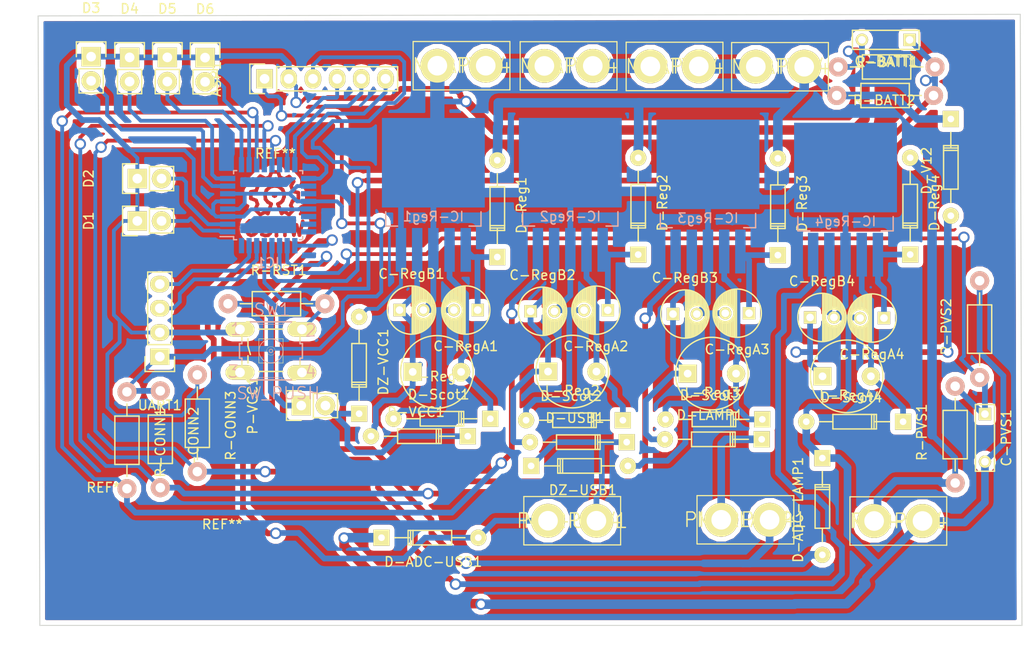
<source format=kicad_pcb>
(kicad_pcb (version 4) (host pcbnew "(2015-10-16 BZR 6271, Git 9aba2f2)-product")
  (title_block (title "Open PV (ATMega-based)") (date 2015-10-26) (rev 1) (company "PT Gerbang Multi Nusantara"))
  (layers (0 F.Cu signal) (31 B.Cu signal) (34 B.Paste user) (35 F.Paste user) (36 B.SilkS user) (37 F.SilkS user) (38 B.Mask user) (39 F.Mask user) (44 Edge.Cuts user))
  (net 0 "")
  (net 1 "Net-(C-RegA1-Pad1)")
  (net 2 GND)
  (net 3 "Net-(C-RegB1-Pad1)")
  (net 4 "Net-(D-Scot1-Pad1)")
  (net 5 /L-IN)
  (net 6 /L-OUT)
  (net 7 /L1)
  (net 8 /L2)
  (net 9 /L3)
  (net 10 /L4)
  (net 11 VCC)
  (net 12 "Net-(IC1-Pad14)")
  (net 13 "Net-(IC1-Pad19)")
  (net 14 "Net-(IC1-Pad22)")
  (net 15 "Net-(IC1-Pad23)")
  (net 16 "Net-(IC1-Pad24)")
  (net 17 /NRST)
  (net 18 "Net-(IC1-Pad30)")
  (net 19 "Net-(IC1-Pad31)")
  (net 20 "Net-(ASP1-Pad4)")
  (net 21 "Net-(ASP1-Pad5)")
  (net 22 "Net-(ASP1-Pad6)")
  (net 23 "Net-(C-RegA2-Pad1)")
  (net 24 "Net-(C-RegB2-Pad1)")
  (net 25 "Net-(D-Scot2-Pad1)")
  (net 26 "Net-(C-RegA3-Pad1)")
  (net 27 "Net-(C-RegB3-Pad1)")
  (net 28 "Net-(D-Scot3-Pad1)")
  (net 29 "Net-(C-RegA4-Pad1)")
  (net 30 "Net-(C-RegB4-Pad1)")
  (net 31 "Net-(D-Scot4-Pad1)")
  (net 32 "Net-(BATT1-Pad2)")
  (net 33 "Net-(BATT2-Pad2)")
  (net 34 "Net-(BATT3-Pad2)")
  (net 35 +12V)
  (net 36 "Net-(D-VCC1-Pad1)")
  (net 37 "Net-(D-USB1-Pad1)")
  (net 38 "Net-(IC1-Pad32)")
  (net 39 /CONN-USB)
  (net 40 /CONN-LAMP)
  (net 41 /CONN-PV)
  (net 42 /ADC-BATT)
  (net 43 /PV-IN)
  (net 44 /ADC-PV)
  (net 45 /ADC-LAMP)
  (net 46 /ADC-USB)
  (net 47 "Net-(D-LAMP1-Pad1)")
  (module Diodes_ThroughHole:Diode_DO-35_SOD27_Horizontal_RM10 (layer F.Cu) (at 183.99506 112.67388 270)
    (fp_text reference D-ADC-LAMP1 (at 5.43052 2.53746 270) (layer F.SilkS))
    (fp_text value D)
    (pad 2 thru_hole circle (at 10.16052 -0.00254 90) (size 1.69926 1.69926) (drill 0.70104) (layers *.Cu *.Mask F.SilkS) (net 45 /ADC-LAMP))
    (pad 1 thru_hole rect (at 0.00052 -0.00254 90) (size 1.69926 1.69926) (drill 0.70104) (layers *.Cu *.Mask F.SilkS) (net 2 GND))
  )
  (module Symbols:Symbol_ESD-Logo_CopperTop (layer F.Cu) (at 108.9406 125.3236)
    (fp_text reference REF** (at -0.0508 -9.5504) (layer F.SilkS))
    (fp_text value Symbol_ESD-Logo_CopperTop)
    (fp_line (start -0.65024 -0.92964) (end 0.06096 -0.4191) (layer F.Cu) (width 0.3048))
    (fp_line (start 0.5207 1.4605) (end 3.25882 3.31216) (layer F.Cu) (width 0.3048))
    (fp_line (start 3.25882 3.31216) (end 3.27914 3.31216) (layer F.Cu) (width 0.3048))
    (fp_line (start 0.23876 1.8415) (end 2.16916 3.29184) (layer F.Cu) (width 0.3048))
    (fp_line (start -0.35052 2.30124) (end 1.02108 3.31216) (layer F.Cu) (width 0.3048))
    (fp_line (start 1.02108 3.31216) (end 1.04902 3.31216) (layer F.Cu) (width 0.3048))
    (fp_line (start -1.53924 2.37236) (end -0.02032 3.3909) (layer F.Cu) (width 0.3048))
    (fp_line (start -4.77012 2.75082) (end -3.64998 3.34264) (layer F.Cu) (width 0.3048))
    (fp_line (start -4.5593 2.2225) (end -2.17932 3.36042) (layer F.Cu) (width 0.3048))
    (fp_line (start -4.34086 1.66116) (end -1.14046 3.31216) (layer F.Cu) (width 0.3048))
    (fp_line (start -4.03098 1.20142) (end -2.41046 1.99136) (layer F.Cu) (width 0.3048))
    (fp_line (start -2.41046 1.99136) (end -2.37998 1.99136) (layer F.Cu) (width 0.3048))
    (fp_line (start -3.74904 0.65278) (end -2.46126 1.38176) (layer F.Cu) (width 0.3048))
    (fp_line (start -3.55092 0.16256) (end -2.47904 0.75184) (layer F.Cu) (width 0.3048))
    (fp_line (start -3.37058 -0.33782) (end -2.6289 0.06096) (layer F.Cu) (width 0.3048))
    (fp_line (start 2.1209 0.04064) (end 4.37896 1.38176) (layer F.Cu) (width 0.3048))
    (fp_line (start 2.4511 -0.56896) (end 4.09956 0.72136) (layer F.Cu) (width 0.3048))
    (fp_line (start 2.70002 -1.0287) (end 3.54076 -0.39878) (layer F.Cu) (width 0.3048))
    (fp_line (start -2.50952 -1.9685) (end -1.6891 -1.48844) (layer F.Cu) (width 0.3048))
    (fp_line (start -2.23012 -2.44856) (end -1.31064 -1.81864) (layer F.Cu) (width 0.3048))
    (fp_line (start -1.31064 -1.81864) (end -1.31064 -1.83896) (layer F.Cu) (width 0.3048))
    (fp_line (start -2.04978 -2.9591) (end -1.03124 -2.26822) (layer F.Cu) (width 0.3048))
    (fp_line (start -1.71958 -3.59918) (end -0.44958 -2.80924) (layer F.Cu) (width 0.3048))
    (fp_line (start -0.44958 -2.80924) (end -0.4191 -2.80924) (layer F.Cu) (width 0.3048))
    (fp_line (start -1.3589 -4.2291) (end 0.45974 -3.08864) (layer F.Cu) (width 0.3048))
    (fp_line (start -1.01092 -4.86918) (end 1.19888 -3.41884) (layer F.Cu) (width 0.3048))
    (fp_line (start -0.7493 -5.3975) (end 1.85928 -3.64744) (layer F.Cu) (width 0.3048))
    (fp_line (start -0.35052 -6.0579) (end 1.57988 -4.65836) (layer F.Cu) (width 0.3048))
    (fp_line (start -0.0889 -6.6675) (end 0.94996 -5.92836) (layer F.Cu) (width 0.3048))
    (fp_line (start -1.10998 -0.6477) (end -0.77978 -0.49784) (layer F.Cu) (width 0.3048))
    (fp_line (start -0.77978 -0.49784) (end -0.4191 -0.61722) (layer F.Cu) (width 0.3048))
    (fp_line (start -0.4191 -0.61722) (end 0.06096 -0.0889) (layer F.Cu) (width 0.3048))
    (fp_line (start 0.06096 -0.0889) (end 0.23876 0.14224) (layer F.Cu) (width 0.3048))
    (fp_line (start -1.51892 -0.1397) (end -1.51892 0.80264) (layer F.Cu) (width 0.3048))
    (fp_line (start -1.51892 0.80264) (end -1.38938 1.64084) (layer F.Cu) (width 0.3048))
    (fp_line (start -1.38938 1.64084) (end -1.10998 1.87198) (layer F.Cu) (width 0.3048))
    (fp_line (start -1.10998 1.87198) (end -1.01092 1.5621) (layer F.Cu) (width 0.3048))
    (fp_line (start -1.01092 1.5621) (end -1.14046 0.16256) (layer F.Cu) (width 0.3048))
    (fp_line (start -1.14046 0.16256) (end -0.70104 0.37084) (layer F.Cu) (width 0.3048))
    (fp_line (start -0.70104 0.37084) (end -0.72898 0.98044) (layer F.Cu) (width 0.3048))
    (fp_line (start -0.72898 0.98044) (end -0.29972 0.44196) (layer F.Cu) (width 0.3048))
    (fp_line (start -0.29972 0.44196) (end -0.07112 0.5715) (layer F.Cu) (width 0.3048))
    (fp_line (start -2.46126 -0.56896) (end -3.09118 -0.84836) (layer F.Cu) (width 0.3048))
    (fp_line (start -3.09118 -0.84836) (end -5.15112 3.31216) (layer F.Cu) (width 0.3048))
    (fp_line (start -5.15112 3.31216) (end 4.90982 3.3909) (layer F.Cu) (width 0.3048))
    (fp_line (start 4.90982 3.3909) (end 0.86868 1.1811) (layer F.Cu) (width 0.3048))
    (fp_line (start 2.09042 -3.64744) (end 0.21082 -7.3787) (layer F.Cu) (width 0.3048))
    (fp_line (start 0.21082 -7.3787) (end -2.76098 -1.5875) (layer F.Cu) (width 0.3048))
    (fp_line (start -2.76098 -1.5875) (end -1.89992 -1.15824) (layer F.Cu) (width 0.3048))
    (fp_line (start -1.89992 -1.15824) (end -1.86944 -1.15824) (layer F.Cu) (width 0.3048))
    (fp_line (start 3.15976 -1.3081) (end 4.96062 2.47142) (layer F.Cu) (width 0.3048))
    (fp_line (start 4.96062 2.47142) (end 1.61036 0.65278) (layer F.Cu) (width 0.3048))
    (fp_line (start 1.61036 0.65278) (end 1.67894 0.6223) (layer F.Cu) (width 0.3048))
    (fp_line (start -0.22098 1.99136) (end 0.07874 2.1717) (layer F.Cu) (width 0.3048))
    (fp_line (start 0.07874 2.1717) (end 0.10922 2.1717) (layer F.Cu) (width 0.3048))
    (fp_line (start 0.30988 1.4605) (end 0.56896 1.81102) (layer F.Cu) (width 0.3048))
    (fp_line (start 2.19964 -3.59918) (end 1.24968 -3.31724) (layer F.Cu) (width 0.3048))
    (fp_line (start 1.24968 -3.31724) (end -0.65024 -2.64922) (layer F.Cu) (width 0.3048))
    (fp_line (start -0.65024 -2.64922) (end -1.8796 -1.13792) (layer F.Cu) (width 0.3048))
    (fp_line (start -2.37998 -0.57912) (end -2.4892 1.10236) (layer F.Cu) (width 0.3048))
    (fp_line (start -2.4892 1.10236) (end -1.99136 2.77114) (layer F.Cu) (width 0.3048))
    (fp_line (start -1.99136 2.77114) (end -1.62052 2.35204) (layer F.Cu) (width 0.3048))
    (fp_line (start -1.62052 2.35204) (end -1.84912 1.48082) (layer F.Cu) (width 0.3048))
    (fp_line (start -1.84912 1.48082) (end -1.84912 0.42164) (layer F.Cu) (width 0.3048))
    (fp_line (start -1.84912 0.42164) (end -1.77038 -0.11938) (layer F.Cu) (width 0.3048))
    (fp_line (start -1.77038 -0.11938) (end -1.71958 -0.16764) (layer F.Cu) (width 0.3048))
    (fp_line (start -1.71958 -0.16764) (end -1.47066 -0.49784) (layer F.Cu) (width 0.3048))
    (fp_line (start -1.47066 -0.49784) (end -0.62992 -1.12776) (layer F.Cu) (width 0.3048))
    (fp_line (start -0.62992 -1.12776) (end -0.40132 -1.27762) (layer F.Cu) (width 0.3048))
    (fp_line (start -0.40132 -1.27762) (end 0.45974 -0.18796) (layer F.Cu) (width 0.3048))
    (fp_line (start 0.45974 -0.18796) (end 0.30988 0.32258) (layer F.Cu) (width 0.3048))
    (fp_line (start 0.30988 0.32258) (end -0.70104 1.59258) (layer F.Cu) (width 0.3048))
    (fp_line (start -0.70104 1.59258) (end -0.86106 2.37236) (layer F.Cu) (width 0.3048))
    (fp_line (start -0.86106 2.37236) (end -0.62992 2.68224) (layer F.Cu) (width 0.3048))
    (fp_line (start -0.62992 2.68224) (end -0.32004 2.02184) (layer F.Cu) (width 0.3048))
    (fp_line (start -0.32004 2.02184) (end 0.1905 1.5113) (layer F.Cu) (width 0.3048))
    (fp_line (start 0.1905 1.5113) (end 0.8001 0.98044) (layer F.Cu) (width 0.3048))
    (fp_line (start 1.65862 0.54102) (end 2.16916 -0.28956) (layer F.Cu) (width 0.3048))
    (fp_line (start 2.16916 -0.28956) (end 2.49936 -0.82804) (layer F.Cu) (width 0.3048))
    (fp_line (start 2.49936 -0.82804) (end 2.77876 -1.2573) (layer F.Cu) (width 0.3048))
    (fp_line (start 2.77876 -1.2573) (end 3.10896 -1.38938) (layer F.Cu) (width 0.3048))
  )
  (module Resistors_ThroughHole:Resistor_Horizontal_RM10mm (layer F.Cu) (at 190.5889 74.6125)
    (fp_text reference R-BATT1 (at 0.24892 -3.50012) (layer F.SilkS))
    (fp_text value R)
    (pad 1 thru_hole circle (at -5.08 0) (size 1.99898 1.99898) (drill 1.00076) (layers *.Cu *.SilkS *.Mask) (net 35 +12V))
    (pad 2 thru_hole circle (at 5.08 0) (size 1.99898 1.99898) (drill 1.00076) (layers *.Cu *.SilkS *.Mask) (net 42 /ADC-BATT))
  )
  (module Resistors_ThroughHole:Resistor_Horizontal_RM10mm (layer F.Cu) (at 190.7413 71.6153 180)
    (fp_text reference R-BATT2 (at 0.24892 -3.50012 180) (layer F.SilkS))
    (fp_text value R)
    (pad 1 thru_hole circle (at -5.08 0 180) (size 1.99898 1.99898) (drill 1.00076) (layers *.Cu *.SilkS *.Mask) (net 42 /ADC-BATT))
    (pad 2 thru_hole circle (at 5.08 0 180) (size 1.99898 1.99898) (drill 1.00076) (layers *.Cu *.SilkS *.Mask) (net 2 GND))
  )
  (module Capacitors_ThroughHole:C_Rect_L7_W2_P5 (layer F.Cu) (at 193.1543 68.7705 180)
    (fp_text reference C-BATT1 (at 2.5 -2.25 180) (layer F.SilkS))
    (fp_text value C)
    (pad 1 thru_hole rect (at 0 0 180) (size 1.3 1.3) (drill 0.8) (layers *.Cu *.Mask F.SilkS) (net 42 /ADC-BATT))
    (pad 2 thru_hole circle (at 5 0 180) (size 1.3 1.3) (drill 0.8) (layers *.Cu *.Mask F.SilkS) (net 2 GND))
  )
  (module Capacitors_ThroughHole:C_Radial_D5_L6_P2.5 (layer F.Cu) (at 161.4786 97.14992 180)
    (fp_text reference C-RegA2 (at 1.25 -3.8 180) (layer F.SilkS))
    (fp_text value CP)
    (pad 1 thru_hole rect (at 0 0 180) (size 1.3 1.3) (drill 0.8) (layers *.Cu *.Mask F.SilkS) (net 23 "Net-(C-RegA2-Pad1)"))
    (pad 2 thru_hole circle (at 2.5 0 180) (size 1.3 1.3) (drill 0.8) (layers *.Cu *.Mask F.SilkS) (net 2 GND))
  )
  (module Capacitors_ThroughHole:C_Radial_D5_L6_P2.5 (layer F.Cu) (at 139.61808 97.13468)
    (fp_text reference C-RegB1 (at 1.25 -3.8) (layer F.SilkS))
    (fp_text value CP)
    (pad 1 thru_hole rect (at 0 0) (size 1.3 1.3) (drill 0.8) (layers *.Cu *.Mask F.SilkS) (net 3 "Net-(C-RegB1-Pad1)"))
    (pad 2 thru_hole circle (at 2.5 0) (size 1.3 1.3) (drill 0.8) (layers *.Cu *.Mask F.SilkS) (net 2 GND))
  )
  (module Capacitors_ThroughHole:C_Radial_D5_L6_P2.5 (layer F.Cu) (at 147.81848 97.13468 180)
    (fp_text reference C-RegA1 (at 1.25 -3.8 180) (layer F.SilkS))
    (fp_text value CP)
    (pad 1 thru_hole rect (at 0 0 180) (size 1.3 1.3) (drill 0.8) (layers *.Cu *.Mask F.SilkS) (net 1 "Net-(C-RegA1-Pad1)"))
    (pad 2 thru_hole circle (at 2.5 0 180) (size 1.3 1.3) (drill 0.8) (layers *.Cu *.Mask F.SilkS) (net 2 GND))
  )
  (module Diodes_ThroughHole:Diode_DO-35_SOD27_Horizontal_RM10 (layer F.Cu) (at 149.88032 91.57208 90)
    (fp_text reference D-Reg1 (at 5.43052 2.53746 90) (layer F.SilkS))
    (fp_text value D)
    (pad 2 thru_hole circle (at 10.16052 -0.00254 270) (size 1.69926 1.69926) (drill 0.70104) (layers *.Cu *.Mask F.SilkS) (net 35 +12V))
    (pad 1 thru_hole rect (at 0.00052 -0.00254 270) (size 1.69926 1.69926) (drill 0.70104) (layers *.Cu *.Mask F.SilkS) (net 1 "Net-(C-RegA1-Pad1)"))
  )
  (module Diodes_ThroughHole:Diode_DO-35_SOD27_Horizontal_RM10 (layer F.Cu) (at 149.14424 108.54182 180)
    (fp_text reference D-Scot1 (at 5.43052 2.53746 180) (layer F.SilkS))
    (fp_text value D_Schottky)
    (pad 2 thru_hole circle (at 10.16052 -0.00254) (size 1.69926 1.69926) (drill 0.70104) (layers *.Cu *.Mask F.SilkS) (net 2 GND))
    (pad 1 thru_hole rect (at 0.00052 -0.00254) (size 1.69926 1.69926) (drill 0.70104) (layers *.Cu *.Mask F.SilkS) (net 4 "Net-(D-Scot1-Pad1)"))
  )
  (module TO_SOT_Packages_SMD:TO-263-5Lead (layer B.Cu) (at 143.16364 90.82024 90)
    (fp_text reference IC-Reg1 (at 3.5 0 360) (layer B.SilkS) (effects (justify mirror)))
    (fp_text value LM2596S-5v)
    (pad 5 smd rect (at 0 -3.4 90) (size 4.6 1.1) (layers B.Cu B.Paste B.Mask) (net 2 GND))
    (pad 4 smd rect (at 0 -1.7 90) (size 4.6 1.1) (layers B.Cu B.Paste B.Mask) (net 3 "Net-(C-RegB1-Pad1)"))
    (pad 2 smd rect (at 0 1.7 90) (size 4.6 1.1) (layers B.Cu B.Paste B.Mask) (net 4 "Net-(D-Scot1-Pad1)"))
    (pad 3 smd rect (at 9.15 0 90) (size 9.4 10.8) (layers B.Cu B.Paste B.Mask) (net 2 GND))
    (pad 3 smd rect (at 0 0 90) (size 4.6 1.1) (layers B.Cu B.Paste B.Mask) (net 2 GND))
    (pad 1 smd rect (at 0 3.4 90) (size 4.6 1.1) (layers B.Cu B.Paste B.Mask) (net 1 "Net-(C-RegA1-Pad1)"))
  )
  (module Housings_QFP:TQFP-32_7x7mm_Pitch0.8mm (layer B.Cu) (at 125.82032 86.12436)
    (fp_text reference IC1 (at 0 6.05) (layer B.SilkS) (effects (justify mirror)))
    (fp_text value ATMEGA8A-A)
    (pad 1 smd rect (at -4.25 2.8) (size 1.6 0.55) (layers B.Cu B.Paste B.Mask) (net 5 /L-IN))
    (pad 2 smd rect (at -4.25 2) (size 1.6 0.55) (layers B.Cu B.Paste B.Mask) (net 6 /L-OUT))
    (pad 3 smd rect (at -4.25 1.2) (size 1.6 0.55) (layers B.Cu B.Paste B.Mask) (net 2 GND))
    (pad 4 smd rect (at -4.25 0.4) (size 1.6 0.55) (layers B.Cu B.Paste B.Mask) (net 11 VCC))
    (pad 5 smd rect (at -4.25 -0.4) (size 1.6 0.55) (layers B.Cu B.Paste B.Mask) (net 2 GND))
    (pad 6 smd rect (at -4.25 -1.2) (size 1.6 0.55) (layers B.Cu B.Paste B.Mask) (net 11 VCC))
    (pad 7 smd rect (at -4.25 -2) (size 1.6 0.55) (layers B.Cu B.Paste B.Mask) (net 7 /L1))
    (pad 8 smd rect (at -4.25 -2.8) (size 1.6 0.55) (layers B.Cu B.Paste B.Mask) (net 8 /L2))
    (pad 9 smd rect (at -2.8 -4.25 270) (size 1.6 0.55) (layers B.Cu B.Paste B.Mask) (net 9 /L3))
    (pad 10 smd rect (at -2 -4.25 270) (size 1.6 0.55) (layers B.Cu B.Paste B.Mask) (net 10 /L4))
    (pad 11 smd rect (at -1.2 -4.25 270) (size 1.6 0.55) (layers B.Cu B.Paste B.Mask) (net 39 /CONN-USB))
    (pad 12 smd rect (at -0.4 -4.25 270) (size 1.6 0.55) (layers B.Cu B.Paste B.Mask) (net 40 /CONN-LAMP))
    (pad 13 smd rect (at 0.4 -4.25 270) (size 1.6 0.55) (layers B.Cu B.Paste B.Mask) (net 41 /CONN-PV))
    (pad 14 smd rect (at 1.2 -4.25 270) (size 1.6 0.55) (layers B.Cu B.Paste B.Mask) (net 12 "Net-(IC1-Pad14)"))
    (pad 15 smd rect (at 2 -4.25 270) (size 1.6 0.55) (layers B.Cu B.Paste B.Mask) (net 20 "Net-(ASP1-Pad4)"))
    (pad 16 smd rect (at 2.8 -4.25 270) (size 1.6 0.55) (layers B.Cu B.Paste B.Mask) (net 21 "Net-(ASP1-Pad5)"))
    (pad 17 smd rect (at 4.25 -2.8) (size 1.6 0.55) (layers B.Cu B.Paste B.Mask) (net 22 "Net-(ASP1-Pad6)"))
    (pad 18 smd rect (at 4.25 -2) (size 1.6 0.55) (layers B.Cu B.Paste B.Mask) (net 11 VCC))
    (pad 19 smd rect (at 4.25 -1.2) (size 1.6 0.55) (layers B.Cu B.Paste B.Mask) (net 13 "Net-(IC1-Pad19)"))
    (pad 20 smd rect (at 4.25 -0.4) (size 1.6 0.55) (layers B.Cu B.Paste B.Mask) (net 11 VCC))
    (pad 21 smd rect (at 4.25 0.4) (size 1.6 0.55) (layers B.Cu B.Paste B.Mask) (net 2 GND))
    (pad 22 smd rect (at 4.25 1.2) (size 1.6 0.55) (layers B.Cu B.Paste B.Mask) (net 14 "Net-(IC1-Pad22)"))
    (pad 23 smd rect (at 4.25 2) (size 1.6 0.55) (layers B.Cu B.Paste B.Mask) (net 15 "Net-(IC1-Pad23)"))
    (pad 24 smd rect (at 4.25 2.8) (size 1.6 0.55) (layers B.Cu B.Paste B.Mask) (net 16 "Net-(IC1-Pad24)"))
    (pad 25 smd rect (at 2.8 4.25 270) (size 1.6 0.55) (layers B.Cu B.Paste B.Mask) (net 46 /ADC-USB))
    (pad 26 smd rect (at 2 4.25 270) (size 1.6 0.55) (layers B.Cu B.Paste B.Mask) (net 45 /ADC-LAMP))
    (pad 27 smd rect (at 1.2 4.25 270) (size 1.6 0.55) (layers B.Cu B.Paste B.Mask) (net 44 /ADC-PV))
    (pad 28 smd rect (at 0.4 4.25 270) (size 1.6 0.55) (layers B.Cu B.Paste B.Mask) (net 42 /ADC-BATT))
    (pad 29 smd rect (at -0.4 4.25 270) (size 1.6 0.55) (layers B.Cu B.Paste B.Mask) (net 17 /NRST))
    (pad 30 smd rect (at -1.2 4.25 270) (size 1.6 0.55) (layers B.Cu B.Paste B.Mask) (net 18 "Net-(IC1-Pad30)"))
    (pad 31 smd rect (at -2 4.25 270) (size 1.6 0.55) (layers B.Cu B.Paste B.Mask) (net 19 "Net-(IC1-Pad31)"))
    (pad 32 smd rect (at -2.8 4.25 270) (size 1.6 0.55) (layers B.Cu B.Paste B.Mask) (net 38 "Net-(IC1-Pad32)"))
  )
  (module Inductors:INDUCTOR_V (layer F.Cu) (at 143.5354 103.62692)
    (fp_text reference L-Reg1 (at 0.08636 0.4826) (layer F.SilkS))
    (fp_text value INDUCTOR)
    (pad 1 thru_hole rect (at -2.54 0) (size 1.905 1.905) (drill 0.8128) (layers *.Cu *.Mask F.SilkS) (net 3 "Net-(C-RegB1-Pad1)"))
    (pad 2 thru_hole circle (at 2.54 0) (size 1.905 1.905) (drill 0.8128) (layers *.Cu *.Mask F.SilkS) (net 4 "Net-(D-Scot1-Pad1)"))
  )
  (module Resistors_ThroughHole:Resistor_Horizontal_RM10mm (layer F.Cu) (at 126.69012 96.4692)
    (fp_text reference R-RST1 (at 0.24892 -3.50012) (layer F.SilkS))
    (fp_text value 4k7)
    (pad 1 thru_hole circle (at -5.08 0) (size 1.99898 1.99898) (drill 1.00076) (layers *.Cu *.SilkS *.Mask) (net 11 VCC))
    (pad 2 thru_hole circle (at 5.08 0) (size 1.99898 1.99898) (drill 1.00076) (layers *.Cu *.SilkS *.Mask) (net 17 /NRST))
  )
  (module switch-omron:switch-omron-B3F-10XX (layer F.Cu) (at 126.11608 101.4222)
    (fp_text reference SW1 (at 0.127 -4.318) (layer B.SilkS) (effects (font (size 1.27 1.27) (thickness 0.127))))
    (fp_text value SW_PUSH (at 0.762 4.445) (layer B.SilkS) (effects (font (size 1.27 1.27) (thickness 0.127))))
    (fp_text user 1 (at -3.683 -2.286) (layer B.SilkS) (effects (font (size 1.27 1.27) (thickness 0.127))))
    (fp_text user 2 (at 4.191 -2.159) (layer B.SilkS) (effects (font (size 1.27 1.27) (thickness 0.127))))
    (fp_text user 3 (at -3.937 2.159) (layer B.SilkS) (effects (font (size 1.27 1.27) (thickness 0.127))))
    (fp_text user 4 (at 4.191 2.159) (layer B.SilkS) (effects (font (size 1.27 1.27) (thickness 0.127))))
    (pad 1 thru_hole oval (at -3.2512 -2.2606 90) (size 1.524 3.048) (drill 1.016) (layers *.Cu F.Paste F.SilkS F.Mask) (net 2 GND))
    (pad 2 thru_hole oval (at 3.2512 -2.2606 90) (size 1.524 3.048) (drill 1.016) (layers *.Cu F.Paste F.SilkS F.Mask) (net 17 /NRST))
    (pad 3 thru_hole oval (at -3.2512 2.2606 90) (size 1.524 3.048) (drill 1.016) (layers *.Cu F.Paste F.SilkS F.Mask))
    (pad 4 thru_hole oval (at 3.2512 2.2606 90) (size 1.524 3.048) (drill 1.016) (layers *.Cu F.Paste F.SilkS F.Mask))
  )
  (module Pin_Headers:Pin_Header_Straight_1x04 (layer F.Cu) (at 114.44732 102.0318 180)
    (fp_text reference UART1 (at 0 -5.1 180) (layer F.SilkS))
    (fp_text value CONN_01X04)
    (pad 1 thru_hole rect (at 0 0 180) (size 2.032 1.7272) (drill 1.016) (layers *.Cu *.Mask F.SilkS) (net 11 VCC))
    (pad 2 thru_hole oval (at 0 2.54 180) (size 2.032 1.7272) (drill 1.016) (layers *.Cu *.Mask F.SilkS) (net 2 GND))
    (pad 3 thru_hole oval (at 0 5.08 180) (size 2.032 1.7272) (drill 1.016) (layers *.Cu *.Mask F.SilkS) (net 18 "Net-(IC1-Pad30)"))
    (pad 4 thru_hole oval (at 0 7.62 180) (size 2.032 1.7272) (drill 1.016) (layers *.Cu *.Mask F.SilkS) (net 19 "Net-(IC1-Pad31)"))
  )
  (module Pin_Headers:Pin_Header_Straight_1x06 (layer F.Cu) (at 125.44552 72.86244 90)
    (fp_text reference ASP1 (at 0 -5.1 90) (layer F.SilkS))
    (fp_text value CONN_01X06)
    (pad 1 thru_hole rect (at 0 0 90) (size 2.032 1.7272) (drill 1.016) (layers *.Cu *.Mask F.SilkS) (net 11 VCC))
    (pad 2 thru_hole oval (at 0 2.54 90) (size 2.032 1.7272) (drill 1.016) (layers *.Cu *.Mask F.SilkS) (net 2 GND))
    (pad 3 thru_hole oval (at 0 5.08 90) (size 2.032 1.7272) (drill 1.016) (layers *.Cu *.Mask F.SilkS) (net 17 /NRST))
    (pad 4 thru_hole oval (at 0 7.62 90) (size 2.032 1.7272) (drill 1.016) (layers *.Cu *.Mask F.SilkS) (net 20 "Net-(ASP1-Pad4)"))
    (pad 5 thru_hole oval (at 0 10.16 90) (size 2.032 1.7272) (drill 1.016) (layers *.Cu *.Mask F.SilkS) (net 21 "Net-(ASP1-Pad5)"))
    (pad 6 thru_hole oval (at 0 12.7 90) (size 2.032 1.7272) (drill 1.016) (layers *.Cu *.Mask F.SilkS) (net 22 "Net-(ASP1-Pad6)"))
  )
  (module Capacitors_ThroughHole:C_Radial_D5_L6_P2.5 (layer F.Cu) (at 153.36964 97.26168)
    (fp_text reference C-RegB2 (at 1.25 -3.8) (layer F.SilkS))
    (fp_text value CP)
    (pad 1 thru_hole rect (at 0 0) (size 1.3 1.3) (drill 0.8) (layers *.Cu *.Mask F.SilkS) (net 24 "Net-(C-RegB2-Pad1)"))
    (pad 2 thru_hole circle (at 2.5 0) (size 1.3 1.3) (drill 0.8) (layers *.Cu *.Mask F.SilkS) (net 2 GND))
  )
  (module Diodes_ThroughHole:Diode_DO-35_SOD27_Horizontal_RM10 (layer F.Cu) (at 164.67074 91.31352 90)
    (fp_text reference D-Reg2 (at 5.43052 2.53746 90) (layer F.SilkS))
    (fp_text value D)
    (pad 2 thru_hole circle (at 10.16052 -0.00254 270) (size 1.69926 1.69926) (drill 0.70104) (layers *.Cu *.Mask F.SilkS) (net 35 +12V))
    (pad 1 thru_hole rect (at 0.00052 -0.00254 270) (size 1.69926 1.69926) (drill 0.70104) (layers *.Cu *.Mask F.SilkS) (net 23 "Net-(C-RegA2-Pad1)"))
  )
  (module Diodes_ThroughHole:Diode_DO-35_SOD27_Horizontal_RM10 (layer F.Cu) (at 163.05836 108.6993 180)
    (fp_text reference D-Scot2 (at 5.43052 2.53746 180) (layer F.SilkS))
    (fp_text value D_Schottky)
    (pad 2 thru_hole circle (at 10.16052 -0.00254) (size 1.69926 1.69926) (drill 0.70104) (layers *.Cu *.Mask F.SilkS) (net 2 GND))
    (pad 1 thru_hole rect (at 0.00052 -0.00254) (size 1.69926 1.69926) (drill 0.70104) (layers *.Cu *.Mask F.SilkS) (net 25 "Net-(D-Scot2-Pad1)"))
  )
  (module TO_SOT_Packages_SMD:TO-263-5Lead (layer B.Cu) (at 157.53948 90.81516 90)
    (fp_text reference IC-Reg2 (at 3.5 0 360) (layer B.SilkS) (effects (justify mirror)))
    (fp_text value LM2596S-5v)
    (pad 5 smd rect (at 0 -3.4 90) (size 4.6 1.1) (layers B.Cu B.Paste B.Mask) (net 39 /CONN-USB))
    (pad 4 smd rect (at 0 -1.7 90) (size 4.6 1.1) (layers B.Cu B.Paste B.Mask) (net 24 "Net-(C-RegB2-Pad1)"))
    (pad 2 smd rect (at 0 1.7 90) (size 4.6 1.1) (layers B.Cu B.Paste B.Mask) (net 25 "Net-(D-Scot2-Pad1)"))
    (pad 3 smd rect (at 9.15 0 90) (size 9.4 10.8) (layers B.Cu B.Paste B.Mask) (net 2 GND))
    (pad 3 smd rect (at 0 0 90) (size 4.6 1.1) (layers B.Cu B.Paste B.Mask) (net 2 GND))
    (pad 1 smd rect (at 0 3.4 90) (size 4.6 1.1) (layers B.Cu B.Paste B.Mask) (net 23 "Net-(C-RegA2-Pad1)"))
  )
  (module Inductors:INDUCTOR_V (layer F.Cu) (at 157.74416 103.59136)
    (fp_text reference L-Reg2 (at 0 1.99898) (layer F.SilkS))
    (fp_text value INDUCTOR)
    (pad 1 thru_hole rect (at -2.54 0) (size 1.905 1.905) (drill 0.8128) (layers *.Cu *.Mask F.SilkS) (net 24 "Net-(C-RegB2-Pad1)"))
    (pad 2 thru_hole circle (at 2.54 0) (size 1.905 1.905) (drill 0.8128) (layers *.Cu *.Mask F.SilkS) (net 25 "Net-(D-Scot2-Pad1)"))
  )
  (module Capacitors_ThroughHole:C_Radial_D5_L6_P2.5 (layer F.Cu) (at 176.30712 97.46488 180)
    (fp_text reference C-RegA3 (at 1.25 -3.8 180) (layer F.SilkS))
    (fp_text value CP)
    (pad 1 thru_hole rect (at 0 0 180) (size 1.3 1.3) (drill 0.8) (layers *.Cu *.Mask F.SilkS) (net 26 "Net-(C-RegA3-Pad1)"))
    (pad 2 thru_hole circle (at 2.5 0 180) (size 1.3 1.3) (drill 0.8) (layers *.Cu *.Mask F.SilkS) (net 2 GND))
  )
  (module Capacitors_ThroughHole:C_Radial_D5_L6_P2.5 (layer F.Cu) (at 168.32008 97.55124)
    (fp_text reference C-RegB3 (at 1.25 -3.8) (layer F.SilkS))
    (fp_text value CP)
    (pad 1 thru_hole rect (at 0 0) (size 1.3 1.3) (drill 0.8) (layers *.Cu *.Mask F.SilkS) (net 27 "Net-(C-RegB3-Pad1)"))
    (pad 2 thru_hole circle (at 2.5 0) (size 1.3 1.3) (drill 0.8) (layers *.Cu *.Mask F.SilkS) (net 2 GND))
  )
  (module Diodes_ThroughHole:Diode_DO-35_SOD27_Horizontal_RM10 (layer F.Cu) (at 179.33162 91.3694 90)
    (fp_text reference D-Reg3 (at 5.43052 2.53746 90) (layer F.SilkS))
    (fp_text value D)
    (pad 2 thru_hole circle (at 10.16052 -0.00254 270) (size 1.69926 1.69926) (drill 0.70104) (layers *.Cu *.Mask F.SilkS) (net 35 +12V))
    (pad 1 thru_hole rect (at 0.00052 -0.00254 270) (size 1.69926 1.69926) (drill 0.70104) (layers *.Cu *.Mask F.SilkS) (net 26 "Net-(C-RegA3-Pad1)"))
  )
  (module Diodes_ThroughHole:Diode_DO-35_SOD27_Horizontal_RM10 (layer F.Cu) (at 177.69384 108.60786 180)
    (fp_text reference D-Scot3 (at 5.43052 2.53746 180) (layer F.SilkS))
    (fp_text value D_Schottky)
    (pad 2 thru_hole circle (at 10.16052 -0.00254) (size 1.69926 1.69926) (drill 0.70104) (layers *.Cu *.Mask F.SilkS) (net 2 GND))
    (pad 1 thru_hole rect (at 0.00052 -0.00254) (size 1.69926 1.69926) (drill 0.70104) (layers *.Cu *.Mask F.SilkS) (net 28 "Net-(D-Scot3-Pad1)"))
  )
  (module TO_SOT_Packages_SMD:TO-263-5Lead (layer B.Cu) (at 171.99176 90.98788 90)
    (fp_text reference IC-Reg3 (at 3.5 0 360) (layer B.SilkS) (effects (justify mirror)))
    (fp_text value LM2596S-12v)
    (pad 5 smd rect (at 0 -3.4 90) (size 4.6 1.1) (layers B.Cu B.Paste B.Mask) (net 40 /CONN-LAMP))
    (pad 4 smd rect (at 0 -1.7 90) (size 4.6 1.1) (layers B.Cu B.Paste B.Mask) (net 27 "Net-(C-RegB3-Pad1)"))
    (pad 2 smd rect (at 0 1.7 90) (size 4.6 1.1) (layers B.Cu B.Paste B.Mask) (net 28 "Net-(D-Scot3-Pad1)"))
    (pad 3 smd rect (at 9.15 0 90) (size 9.4 10.8) (layers B.Cu B.Paste B.Mask) (net 2 GND))
    (pad 3 smd rect (at 0 0 90) (size 4.6 1.1) (layers B.Cu B.Paste B.Mask) (net 2 GND))
    (pad 1 smd rect (at 0 3.4 90) (size 4.6 1.1) (layers B.Cu B.Paste B.Mask) (net 26 "Net-(C-RegA3-Pad1)"))
  )
  (module Inductors:INDUCTOR_V (layer F.Cu) (at 172.39996 103.80472)
    (fp_text reference L-Reg3 (at 0 1.99898) (layer F.SilkS))
    (fp_text value INDUCTOR)
    (pad 1 thru_hole rect (at -2.54 0) (size 1.905 1.905) (drill 0.8128) (layers *.Cu *.Mask F.SilkS) (net 27 "Net-(C-RegB3-Pad1)"))
    (pad 2 thru_hole circle (at 2.54 0) (size 1.905 1.905) (drill 0.8128) (layers *.Cu *.Mask F.SilkS) (net 28 "Net-(D-Scot3-Pad1)"))
  )
  (module Capacitors_ThroughHole:C_Radial_D5_L6_P2.5 (layer F.Cu) (at 190.46508 97.97288 180)
    (fp_text reference C-RegA4 (at 1.25 -3.8 180) (layer F.SilkS))
    (fp_text value CP)
    (pad 1 thru_hole rect (at 0 0 180) (size 1.3 1.3) (drill 0.8) (layers *.Cu *.Mask F.SilkS) (net 29 "Net-(C-RegA4-Pad1)"))
    (pad 2 thru_hole circle (at 2.5 0 180) (size 1.3 1.3) (drill 0.8) (layers *.Cu *.Mask F.SilkS) (net 2 GND))
  )
  (module Capacitors_ThroughHole:C_Radial_D5_L6_P2.5 (layer F.Cu) (at 182.71172 97.91192)
    (fp_text reference C-RegB4 (at 1.25 -3.8) (layer F.SilkS))
    (fp_text value CP)
    (pad 1 thru_hole rect (at 0 0) (size 1.3 1.3) (drill 0.8) (layers *.Cu *.Mask F.SilkS) (net 30 "Net-(C-RegB4-Pad1)"))
    (pad 2 thru_hole circle (at 2.5 0) (size 1.3 1.3) (drill 0.8) (layers *.Cu *.Mask F.SilkS) (net 2 GND))
  )
  (module Diodes_ThroughHole:Diode_DO-35_SOD27_Horizontal_RM10 (layer F.Cu) (at 193.22034 91.30844 90)
    (fp_text reference D-Reg4 (at 5.43052 2.53746 90) (layer F.SilkS))
    (fp_text value D)
    (pad 2 thru_hole circle (at 10.16052 -0.00254 270) (size 1.69926 1.69926) (drill 0.70104) (layers *.Cu *.Mask F.SilkS) (net 43 /PV-IN))
    (pad 1 thru_hole rect (at 0.00052 -0.00254 270) (size 1.69926 1.69926) (drill 0.70104) (layers *.Cu *.Mask F.SilkS) (net 29 "Net-(C-RegA4-Pad1)"))
  )
  (module Diodes_ThroughHole:Diode_DO-35_SOD27_Horizontal_RM10 (layer F.Cu) (at 192.47156 108.8517 180)
    (fp_text reference D-Scot4 (at 5.43052 2.53746 180) (layer F.SilkS))
    (fp_text value D_Schottky)
    (pad 2 thru_hole circle (at 10.16052 -0.00254) (size 1.69926 1.69926) (drill 0.70104) (layers *.Cu *.Mask F.SilkS) (net 2 GND))
    (pad 1 thru_hole rect (at 0.00052 -0.00254) (size 1.69926 1.69926) (drill 0.70104) (layers *.Cu *.Mask F.SilkS) (net 31 "Net-(D-Scot4-Pad1)"))
  )
  (module TO_SOT_Packages_SMD:TO-263-5Lead (layer B.Cu) (at 186.43092 91.32408 90)
    (fp_text reference IC-Reg4 (at 3.5 0 360) (layer B.SilkS) (effects (justify mirror)))
    (fp_text value LM2596S-Adj)
    (pad 5 smd rect (at 0 -3.4 90) (size 4.6 1.1) (layers B.Cu B.Paste B.Mask) (net 41 /CONN-PV))
    (pad 4 smd rect (at 0 -1.7 90) (size 4.6 1.1) (layers B.Cu B.Paste B.Mask) (net 2 GND))
    (pad 2 smd rect (at 0 1.7 90) (size 4.6 1.1) (layers B.Cu B.Paste B.Mask) (net 31 "Net-(D-Scot4-Pad1)"))
    (pad 3 smd rect (at 9.15 0 90) (size 9.4 10.8) (layers B.Cu B.Paste B.Mask) (net 2 GND))
    (pad 3 smd rect (at 0 0 90) (size 4.6 1.1) (layers B.Cu B.Paste B.Mask) (net 2 GND))
    (pad 1 smd rect (at 0 3.4 90) (size 4.6 1.1) (layers B.Cu B.Paste B.Mask) (net 29 "Net-(C-RegA4-Pad1)"))
  )
  (module Inductors:INDUCTOR_V (layer F.Cu) (at 186.55284 104.0892)
    (fp_text reference L-Reg4 (at 0 1.99898) (layer F.SilkS))
    (fp_text value INDUCTOR)
    (pad 1 thru_hole rect (at -2.54 0) (size 1.905 1.905) (drill 0.8128) (layers *.Cu *.Mask F.SilkS) (net 30 "Net-(C-RegB4-Pad1)"))
    (pad 2 thru_hole circle (at 2.54 0) (size 1.905 1.905) (drill 0.8128) (layers *.Cu *.Mask F.SilkS) (net 31 "Net-(D-Scot4-Pad1)"))
  )
  (module SparkFun:SparkFun-1X02_XTRA_BIG (layer F.Cu) (at 179.5526 71.59244 180)
    (fp_text reference BATT1 (at 0 0 180) (layer F.SilkS))
    (fp_text value M02PTH4 (at 0 0 180) (layer F.SilkS))
    (pad 1 thru_hole circle (at -2.54 0 180) (size 3.556 3.556) (drill 2.0574) (layers *.Cu F.Paste F.SilkS F.Mask) (net 35 +12V))
    (pad 2 thru_hole circle (at 2.54 0 180) (size 3.556 3.556) (drill 2.0574) (layers *.Cu F.Paste F.SilkS F.Mask) (net 32 "Net-(BATT1-Pad2)"))
  )
  (module SparkFun:SparkFun-1X02_XTRA_BIG (layer F.Cu) (at 168.48328 71.56196 180)
    (fp_text reference BATT2 (at 0 0 180) (layer F.SilkS))
    (fp_text value M02PTH4 (at 0 0 180) (layer F.SilkS))
    (pad 1 thru_hole circle (at -2.54 0 180) (size 3.556 3.556) (drill 2.0574) (layers *.Cu F.Paste F.SilkS F.Mask) (net 32 "Net-(BATT1-Pad2)"))
    (pad 2 thru_hole circle (at 2.54 0 180) (size 3.556 3.556) (drill 2.0574) (layers *.Cu F.Paste F.SilkS F.Mask) (net 33 "Net-(BATT2-Pad2)"))
  )
  (module SparkFun:SparkFun-1X02_XTRA_BIG (layer F.Cu) (at 157.35808 71.50608 180)
    (fp_text reference BATT3 (at 0 0 180) (layer F.SilkS))
    (fp_text value M02PTH4 (at 0 0 180) (layer F.SilkS))
    (pad 1 thru_hole circle (at -2.54 0 180) (size 3.556 3.556) (drill 2.0574) (layers *.Cu F.Paste F.SilkS F.Mask) (net 33 "Net-(BATT2-Pad2)"))
    (pad 2 thru_hole circle (at 2.54 0 180) (size 3.556 3.556) (drill 2.0574) (layers *.Cu F.Paste F.SilkS F.Mask) (net 34 "Net-(BATT3-Pad2)"))
  )
  (module SparkFun:SparkFun-1X02_XTRA_BIG (layer F.Cu) (at 146.12112 71.48576 180)
    (fp_text reference BATT4 (at 0 0 180) (layer F.SilkS))
    (fp_text value M02PTH4 (at 0 0 180) (layer F.SilkS))
    (pad 1 thru_hole circle (at -2.54 0 180) (size 3.556 3.556) (drill 2.0574) (layers *.Cu F.Paste F.SilkS F.Mask) (net 34 "Net-(BATT3-Pad2)"))
    (pad 2 thru_hole circle (at 2.54 0 180) (size 3.556 3.556) (drill 2.0574) (layers *.Cu F.Paste F.SilkS F.Mask) (net 2 GND))
  )
  (module Diodes_ThroughHole:Diode_DO-35_SOD27_Horizontal_RM10 (layer F.Cu) (at 146.77696 110.3757 180)
    (fp_text reference D-VCC1 (at 5.43052 2.53746 180) (layer F.SilkS))
    (fp_text value D)
    (pad 2 thru_hole circle (at 10.16052 -0.00254) (size 1.69926 1.69926) (drill 0.70104) (layers *.Cu *.Mask F.SilkS) (net 3 "Net-(C-RegB1-Pad1)"))
    (pad 1 thru_hole rect (at 0.00052 -0.00254) (size 1.69926 1.69926) (drill 0.70104) (layers *.Cu *.Mask F.SilkS) (net 36 "Net-(D-VCC1-Pad1)"))
  )
  (module Diodes_ThroughHole:Diode_DO-35_SOD27_Horizontal_RM10 (layer F.Cu) (at 135.37184 108.01604 90)
    (fp_text reference DZ-VCC1 (at 5.43052 2.53746 90) (layer F.SilkS))
    (fp_text value 4v9)
    (pad 2 thru_hole circle (at 10.16052 -0.00254 270) (size 1.69926 1.69926) (drill 0.70104) (layers *.Cu *.Mask F.SilkS) (net 2 GND))
    (pad 1 thru_hole rect (at 0.00052 -0.00254 270) (size 1.69926 1.69926) (drill 0.70104) (layers *.Cu *.Mask F.SilkS) (net 36 "Net-(D-VCC1-Pad1)"))
  )
  (module Pin_Headers:Pin_Header_Straight_1x02 (layer F.Cu) (at 129.29616 107.1626 90)
    (fp_text reference P-VCC1 (at 0 -5.1 90) (layer F.SilkS))
    (fp_text value CONN_01X02)
    (pad 1 thru_hole rect (at 0 0 90) (size 2.032 2.032) (drill 1.016) (layers *.Cu *.Mask F.SilkS) (net 11 VCC))
    (pad 2 thru_hole oval (at 0 2.54 90) (size 2.032 2.032) (drill 1.016) (layers *.Cu *.Mask F.SilkS) (net 36 "Net-(D-VCC1-Pad1)"))
  )
  (module Diodes_ThroughHole:Diode_DO-35_SOD27_Horizontal_RM10 (layer F.Cu) (at 163.45968 111.00054 180)
    (fp_text reference D-USB1 (at 5.43052 2.53746 180) (layer F.SilkS))
    (fp_text value D)
    (pad 2 thru_hole circle (at 10.16052 -0.00254) (size 1.69926 1.69926) (drill 0.70104) (layers *.Cu *.Mask F.SilkS) (net 24 "Net-(C-RegB2-Pad1)"))
    (pad 1 thru_hole rect (at 0.00052 -0.00254) (size 1.69926 1.69926) (drill 0.70104) (layers *.Cu *.Mask F.SilkS) (net 37 "Net-(D-USB1-Pad1)"))
  )
  (module Diodes_ThroughHole:Diode_DO-35_SOD27_Horizontal_RM10 (layer F.Cu) (at 153.42564 113.4999)
    (fp_text reference DZ-USB1 (at 5.43052 2.53746) (layer F.SilkS))
    (fp_text value 4v9)
    (pad 2 thru_hole circle (at 10.16052 -0.00254 180) (size 1.69926 1.69926) (drill 0.70104) (layers *.Cu *.Mask F.SilkS) (net 2 GND))
    (pad 1 thru_hole rect (at 0.00052 -0.00254 180) (size 1.69926 1.69926) (drill 0.70104) (layers *.Cu *.Mask F.SilkS) (net 37 "Net-(D-USB1-Pad1)"))
  )
  (module Diodes_ThroughHole:Diode_DO-35_SOD27_Horizontal_RM10 (layer F.Cu) (at 177.63288 110.70082 180)
    (fp_text reference D-LAMP1 (at 5.43052 2.53746 180) (layer F.SilkS))
    (fp_text value D)
    (pad 2 thru_hole circle (at 10.16052 -0.00254) (size 1.69926 1.69926) (drill 0.70104) (layers *.Cu *.Mask F.SilkS) (net 27 "Net-(C-RegB3-Pad1)"))
    (pad 1 thru_hole rect (at 0.00052 -0.00254) (size 1.69926 1.69926) (drill 0.70104) (layers *.Cu *.Mask F.SilkS) (net 47 "Net-(D-LAMP1-Pad1)"))
  )
  (module Diodes_ThroughHole:Diode_DO-35_SOD27_Horizontal_RM10 (layer F.Cu) (at 197.48246 77.07578 270)
    (fp_text reference D-V12 (at 5.43052 2.53746 270) (layer F.SilkS))
    (fp_text value D)
    (pad 2 thru_hole circle (at 10.16052 -0.00254 90) (size 1.69926 1.69926) (drill 0.70104) (layers *.Cu *.Mask F.SilkS) (net 30 "Net-(C-RegB4-Pad1)"))
    (pad 1 thru_hole rect (at 0.00052 -0.00254 90) (size 1.69926 1.69926) (drill 0.70104) (layers *.Cu *.Mask F.SilkS) (net 35 +12V))
  )
  (module Resistors_ThroughHole:Resistor_Horizontal_RM10mm (layer F.Cu) (at 111 110.8 270)
    (fp_text reference R-CONN1 (at 0.24892 -3.50012 270) (layer F.SilkS))
    (fp_text value 4k7)
    (pad 1 thru_hole circle (at -5.08 0 270) (size 1.99898 1.99898) (drill 1.00076) (layers *.Cu *.SilkS *.Mask) (net 11 VCC))
    (pad 2 thru_hole circle (at 5.08 0 270) (size 1.99898 1.99898) (drill 1.00076) (layers *.Cu *.SilkS *.Mask) (net 39 /CONN-USB))
  )
  (module Resistors_ThroughHole:Resistor_Horizontal_RM10mm (layer F.Cu) (at 118.3894 109.0168 270)
    (fp_text reference R-CONN3 (at 0.24892 -3.50012 270) (layer F.SilkS))
    (fp_text value 4k7)
    (pad 1 thru_hole circle (at -5.08 0 270) (size 1.99898 1.99898) (drill 1.00076) (layers *.Cu *.SilkS *.Mask) (net 2 GND))
    (pad 2 thru_hole circle (at 5.08 0 270) (size 1.99898 1.99898) (drill 1.00076) (layers *.Cu *.SilkS *.Mask) (net 41 /CONN-PV))
  )
  (module Resistors_ThroughHole:Resistor_Horizontal_RM10mm (layer F.Cu) (at 114.5 110.7 270)
    (fp_text reference R-CONN2 (at 0.24892 -3.50012 270) (layer F.SilkS))
    (fp_text value 4k7)
    (pad 1 thru_hole circle (at -5.08 0 270) (size 1.99898 1.99898) (drill 1.00076) (layers *.Cu *.SilkS *.Mask) (net 11 VCC))
    (pad 2 thru_hole circle (at 5.08 0 270) (size 1.99898 1.99898) (drill 1.00076) (layers *.Cu *.SilkS *.Mask) (net 40 /CONN-LAMP))
  )
  (module Capacitors_ThroughHole:C_Rect_L7_W2_P5 (layer F.Cu) (at 201.0664 108.0516 270)
    (fp_text reference C-PVS1 (at 2.5 -2.25 270) (layer F.SilkS))
    (fp_text value C)
    (pad 1 thru_hole rect (at 0 0 270) (size 1.3 1.3) (drill 0.8) (layers *.Cu *.Mask F.SilkS) (net 44 /ADC-PV))
    (pad 2 thru_hole circle (at 5 0 270) (size 1.3 1.3) (drill 0.8) (layers *.Cu *.Mask F.SilkS) (net 2 GND))
  )
  (module Resistors_ThroughHole:Resistor_Horizontal_RM10mm (layer F.Cu) (at 197.9422 110.2106 90)
    (fp_text reference R-PVS1 (at 0.24892 -3.50012 90) (layer F.SilkS))
    (fp_text value R)
    (pad 1 thru_hole circle (at -5.08 0 90) (size 1.99898 1.99898) (drill 1.00076) (layers *.Cu *.SilkS *.Mask) (net 43 /PV-IN))
    (pad 2 thru_hole circle (at 5.08 0 90) (size 1.99898 1.99898) (drill 1.00076) (layers *.Cu *.SilkS *.Mask) (net 44 /ADC-PV))
  )
  (module Resistors_ThroughHole:Resistor_Horizontal_RM10mm (layer F.Cu) (at 200.5076 99.1362 90)
    (fp_text reference R-PVS2 (at 0.24892 -3.50012 90) (layer F.SilkS))
    (fp_text value R)
    (pad 1 thru_hole circle (at -5.08 0 90) (size 1.99898 1.99898) (drill 1.00076) (layers *.Cu *.SilkS *.Mask) (net 44 /ADC-PV))
    (pad 2 thru_hole circle (at 5.08 0 90) (size 1.99898 1.99898) (drill 1.00076) (layers *.Cu *.SilkS *.Mask) (net 2 GND))
  )
  (module Diodes_ThroughHole:Diode_DO-35_SOD27_Horizontal_RM10 (layer F.Cu) (at 137.71828 121.03354)
    (fp_text reference D-ADC-USB1 (at 5.43052 2.53746) (layer F.SilkS))
    (fp_text value D)
    (pad 2 thru_hole circle (at 10.16052 -0.00254 180) (size 1.69926 1.69926) (drill 0.70104) (layers *.Cu *.Mask F.SilkS) (net 46 /ADC-USB))
    (pad 1 thru_hole rect (at 0.00052 -0.00254 180) (size 1.69926 1.69926) (drill 0.70104) (layers *.Cu *.Mask F.SilkS) (net 2 GND))
  )
  (module Symbols:Symbol_HighVoltage_Type2_CopperTop_VerySmall (layer F.Cu) (at 121.1326 125.349)
    (fp_text reference REF** (at -0.127 -5.715) (layer F.SilkS))
    (fp_text value Symbol_HighVoltage_Type2_CopperTop_VerySmall)
    (fp_line (start -0.49784 2.19964) (end 0.70104 -0.89916) (layer F.Cu) (width 0.381))
    (fp_line (start 0.70104 -0.89916) (end 0.1016 -0.50038) (layer F.Cu) (width 0.381))
    (fp_line (start -0.89916 0.20066) (end 0.40132 -2.60096) (layer F.Cu) (width 0.381))
    (fp_line (start -0.49784 2.19964) (end 0.1016 1.50114) (layer F.Cu) (width 0.381))
    (fp_line (start -0.09906 -2.79908) (end -0.89916 0.20066) (layer F.Cu) (width 0.381))
    (fp_line (start -0.89916 0.20066) (end 0.29972 -0.59944) (layer F.Cu) (width 0.381))
    (fp_line (start 0.29972 -0.59944) (end -0.49784 2.19964) (layer F.Cu) (width 0.381))
    (fp_line (start -0.49784 2.19964) (end -0.59944 1.30048) (layer F.Cu) (width 0.381))
    (fp_line (start 0 -4.191) (end 4.699 2.794) (layer F.Cu) (width 0.381))
    (fp_line (start 4.699 2.794) (end -4.699 2.794) (layer F.Cu) (width 0.381))
    (fp_line (start -4.699 2.794) (end 0 -4.191) (layer F.Cu) (width 0.381))
  )
  (module Symbols:Symbol_OSHW-Logo_CopperTop (layer F.Cu) (at 126.492 85.1027)
    (fp_text reference REF** (at 0.09906 -4.38912) (layer F.SilkS))
    (fp_text value Symbol_OSHW-Logo_CopperTop)
    (fp_line (start 1.66878 2.68986) (end 2.02946 4.16052) (layer F.Cu) (width 0.381))
    (fp_line (start 2.02946 4.16052) (end 2.30886 3.0988) (layer F.Cu) (width 0.381))
    (fp_line (start 2.30886 3.0988) (end 2.61874 4.17068) (layer F.Cu) (width 0.381))
    (fp_line (start 2.61874 4.17068) (end 2.9591 2.72034) (layer F.Cu) (width 0.381))
    (fp_line (start 0.24892 3.38074) (end 1.03886 3.37058) (layer F.Cu) (width 0.381))
    (fp_line (start 1.03886 3.37058) (end 1.04902 3.38074) (layer F.Cu) (width 0.381))
    (fp_line (start 1.04902 3.38074) (end 1.04902 3.37058) (layer F.Cu) (width 0.381))
    (fp_line (start 1.08966 2.65938) (end 1.08966 4.20116) (layer F.Cu) (width 0.381))
    (fp_line (start 0.20066 2.64922) (end 0.20066 4.21894) (layer F.Cu) (width 0.381))
    (fp_line (start 0.20066 4.21894) (end 0.21082 4.20878) (layer F.Cu) (width 0.381))
    (fp_line (start -0.35052 2.75082) (end -0.70104 2.66954) (layer F.Cu) (width 0.381))
    (fp_line (start -0.70104 2.66954) (end -1.02108 2.65938) (layer F.Cu) (width 0.381))
    (fp_line (start -1.02108 2.65938) (end -1.25984 2.86004) (layer F.Cu) (width 0.381))
    (fp_line (start -1.25984 2.86004) (end -1.29032 3.12928) (layer F.Cu) (width 0.381))
    (fp_line (start -1.29032 3.12928) (end -1.04902 3.37058) (layer F.Cu) (width 0.381))
    (fp_line (start -1.04902 3.37058) (end -0.6604 3.50012) (layer F.Cu) (width 0.381))
    (fp_line (start -0.6604 3.50012) (end -0.48006 3.66014) (layer F.Cu) (width 0.381))
    (fp_line (start -0.48006 3.66014) (end -0.43942 3.95986) (layer F.Cu) (width 0.381))
    (fp_line (start -0.43942 3.95986) (end -0.67056 4.18084) (layer F.Cu) (width 0.381))
    (fp_line (start -0.67056 4.18084) (end -0.9906 4.20878) (layer F.Cu) (width 0.381))
    (fp_line (start -0.9906 4.20878) (end -1.34112 4.09956) (layer F.Cu) (width 0.381))
    (fp_line (start -2.37998 2.64922) (end -2.6289 2.66954) (layer F.Cu) (width 0.381))
    (fp_line (start -2.6289 2.66954) (end -2.8702 2.91084) (layer F.Cu) (width 0.381))
    (fp_line (start -2.8702 2.91084) (end -2.9591 3.40106) (layer F.Cu) (width 0.381))
    (fp_line (start -2.9591 3.40106) (end -2.93116 3.74904) (layer F.Cu) (width 0.381))
    (fp_line (start -2.93116 3.74904) (end -2.7305 4.06908) (layer F.Cu) (width 0.381))
    (fp_line (start -2.7305 4.06908) (end -2.47904 4.191) (layer F.Cu) (width 0.381))
    (fp_line (start -2.47904 4.191) (end -2.16916 4.11988) (layer F.Cu) (width 0.381))
    (fp_line (start -2.16916 4.11988) (end -1.95072 3.93954) (layer F.Cu) (width 0.381))
    (fp_line (start -1.95072 3.93954) (end -1.8796 3.4798) (layer F.Cu) (width 0.381))
    (fp_line (start -1.8796 3.4798) (end -1.9304 3.07086) (layer F.Cu) (width 0.381))
    (fp_line (start -1.9304 3.07086) (end -2.03962 2.78892) (layer F.Cu) (width 0.381))
    (fp_line (start -2.03962 2.78892) (end -2.4003 2.65938) (layer F.Cu) (width 0.381))
    (fp_line (start -1.78054 0.92964) (end -2.03962 1.49098) (layer F.Cu) (width 0.381))
    (fp_line (start -2.03962 1.49098) (end -1.50114 2.00914) (layer F.Cu) (width 0.381))
    (fp_line (start -1.50114 2.00914) (end -0.98044 1.7399) (layer F.Cu) (width 0.381))
    (fp_line (start -0.98044 1.7399) (end -0.70104 1.89992) (layer F.Cu) (width 0.381))
    (fp_line (start 0.73914 1.8796) (end 1.06934 1.6891) (layer F.Cu) (width 0.381))
    (fp_line (start 1.06934 1.6891) (end 1.50876 2.0193) (layer F.Cu) (width 0.381))
    (fp_line (start 1.50876 2.0193) (end 1.9812 1.52908) (layer F.Cu) (width 0.381))
    (fp_line (start 1.9812 1.52908) (end 1.69926 1.04902) (layer F.Cu) (width 0.381))
    (fp_line (start 1.69926 1.04902) (end 1.88976 0.57912) (layer F.Cu) (width 0.381))
    (fp_line (start 1.88976 0.57912) (end 2.49936 0.39116) (layer F.Cu) (width 0.381))
    (fp_line (start 2.49936 0.39116) (end 2.49936 -0.28956) (layer F.Cu) (width 0.381))
    (fp_line (start 2.49936 -0.28956) (end 1.94056 -0.42926) (layer F.Cu) (width 0.381))
    (fp_line (start 1.94056 -0.42926) (end 1.7399 -1.00076) (layer F.Cu) (width 0.381))
    (fp_line (start 1.7399 -1.00076) (end 2.00914 -1.47066) (layer F.Cu) (width 0.381))
    (fp_line (start 2.00914 -1.47066) (end 1.53924 -1.9812) (layer F.Cu) (width 0.381))
    (fp_line (start 1.53924 -1.9812) (end 1.02108 -1.71958) (layer F.Cu) (width 0.381))
    (fp_line (start 1.02108 -1.71958) (end 0.55118 -1.92024) (layer F.Cu) (width 0.381))
    (fp_line (start 0.55118 -1.92024) (end 0.381 -2.46126) (layer F.Cu) (width 0.381))
    (fp_line (start 0.381 -2.46126) (end -0.30988 -2.47904) (layer F.Cu) (width 0.381))
    (fp_line (start -0.30988 -2.47904) (end -0.5207 -1.9304) (layer F.Cu) (width 0.381))
    (fp_line (start -0.5207 -1.9304) (end -0.9398 -1.76022) (layer F.Cu) (width 0.381))
    (fp_line (start -0.9398 -1.76022) (end -1.49098 -2.02946) (layer F.Cu) (width 0.381))
    (fp_line (start -1.49098 -2.02946) (end -2.00914 -1.50114) (layer F.Cu) (width 0.381))
    (fp_line (start -2.00914 -1.50114) (end -1.76022 -0.96012) (layer F.Cu) (width 0.381))
    (fp_line (start -1.76022 -0.96012) (end -1.9304 -0.48006) (layer F.Cu) (width 0.381))
    (fp_line (start -1.9304 -0.48006) (end -2.47904 -0.381) (layer F.Cu) (width 0.381))
    (fp_line (start -2.47904 -0.381) (end -2.4892 0.32004) (layer F.Cu) (width 0.381))
    (fp_line (start -2.4892 0.32004) (end -1.9304 0.5207) (layer F.Cu) (width 0.381))
    (fp_line (start -1.9304 0.5207) (end -1.7907 0.91948) (layer F.Cu) (width 0.381))
    (fp_line (start 0.35052 0.89916) (end 0.65024 0.7493) (layer F.Cu) (width 0.381))
    (fp_line (start 0.65024 0.7493) (end 0.8509 0.55118) (layer F.Cu) (width 0.381))
    (fp_line (start 0.8509 0.55118) (end 1.00076 0.14986) (layer F.Cu) (width 0.381))
    (fp_line (start 1.00076 0.14986) (end 1.00076 -0.24892) (layer F.Cu) (width 0.381))
    (fp_line (start 1.00076 -0.24892) (end 0.8509 -0.59944) (layer F.Cu) (width 0.381))
    (fp_line (start 0.8509 -0.59944) (end 0.39878 -0.94996) (layer F.Cu) (width 0.381))
    (fp_line (start 0.39878 -0.94996) (end -0.0508 -1.00076) (layer F.Cu) (width 0.381))
    (fp_line (start -0.0508 -1.00076) (end -0.44958 -0.89916) (layer F.Cu) (width 0.381))
    (fp_line (start -0.44958 -0.89916) (end -0.8509 -0.55118) (layer F.Cu) (width 0.381))
    (fp_line (start -0.8509 -0.55118) (end -1.00076 -0.09906) (layer F.Cu) (width 0.381))
    (fp_line (start -1.00076 -0.09906) (end -0.94996 0.39878) (layer F.Cu) (width 0.381))
    (fp_line (start -0.94996 0.39878) (end -0.70104 0.70104) (layer F.Cu) (width 0.381))
    (fp_line (start -0.70104 0.70104) (end -0.35052 0.89916) (layer F.Cu) (width 0.381))
    (fp_line (start -0.35052 0.89916) (end -0.70104 1.89992) (layer F.Cu) (width 0.381))
    (fp_line (start 0.35052 0.89916) (end 0.7493 1.89992) (layer F.Cu) (width 0.381))
  )
  (module SparkFun:SparkFun-1X02_XTRA_BIG (layer F.Cu) (at 175.9204 119.1514)
    (fp_text reference PIN-LAMP1 (at 0 0) (layer F.SilkS))
    (fp_text value M02PTH4 (at 0 0) (layer F.SilkS))
    (pad 1 thru_hole circle (at -2.54 0) (size 3.556 3.556) (drill 2.0574) (layers *.Cu F.Paste F.SilkS F.Mask) (net 47 "Net-(D-LAMP1-Pad1)"))
    (pad 2 thru_hole circle (at 2.54 0) (size 3.556 3.556) (drill 2.0574) (layers *.Cu F.Paste F.SilkS F.Mask) (net 45 /ADC-LAMP))
  )
  (module SparkFun:SparkFun-1X02_XTRA_BIG (layer F.Cu) (at 191.9732 119.2784 180)
    (fp_text reference PIN-PV1 (at 0 0 180) (layer F.SilkS))
    (fp_text value M02PTH4 (at 0 0 180) (layer F.SilkS))
    (pad 1 thru_hole circle (at -2.54 0 180) (size 3.556 3.556) (drill 2.0574) (layers *.Cu F.Paste F.SilkS F.Mask) (net 2 GND))
    (pad 2 thru_hole circle (at 2.54 0 180) (size 3.556 3.556) (drill 2.0574) (layers *.Cu F.Paste F.SilkS F.Mask) (net 43 /PV-IN))
  )
  (module Pin_Headers:Pin_Header_Straight_1x02 (layer F.Cu) (at 112.0902 87.7824 90)
    (fp_text reference D1 (at 0 -5.1 90) (layer F.SilkS))
    (fp_text value LED)
    (pad 1 thru_hole rect (at 0 0 90) (size 2.032 2.032) (drill 1.016) (layers *.Cu *.Mask F.SilkS) (net 2 GND))
    (pad 2 thru_hole oval (at 0 2.54 90) (size 2.032 2.032) (drill 1.016) (layers *.Cu *.Mask F.SilkS) (net 5 /L-IN))
  )
  (module Pin_Headers:Pin_Header_Straight_1x02 (layer F.Cu) (at 112.0902 83.3374 90)
    (fp_text reference D2 (at 0 -5.1 90) (layer F.SilkS))
    (fp_text value LED)
    (pad 1 thru_hole rect (at 0 0 90) (size 2.032 2.032) (drill 1.016) (layers *.Cu *.Mask F.SilkS) (net 2 GND))
    (pad 2 thru_hole oval (at 0 2.54 90) (size 2.032 2.032) (drill 1.016) (layers *.Cu *.Mask F.SilkS) (net 6 /L-OUT))
  )
  (module Pin_Headers:Pin_Header_Straight_1x02 (layer F.Cu) (at 107.2388 70.5358)
    (fp_text reference D3 (at 0 -5.1) (layer F.SilkS))
    (fp_text value LED)
    (pad 1 thru_hole rect (at 0 0) (size 2.032 2.032) (drill 1.016) (layers *.Cu *.Mask F.SilkS) (net 2 GND))
    (pad 2 thru_hole oval (at 0 2.54) (size 2.032 2.032) (drill 1.016) (layers *.Cu *.Mask F.SilkS) (net 7 /L1))
  )
  (module Pin_Headers:Pin_Header_Straight_1x02 (layer F.Cu) (at 111.2774 70.612)
    (fp_text reference D4 (at 0 -5.1) (layer F.SilkS))
    (fp_text value LED)
    (pad 1 thru_hole rect (at 0 0) (size 2.032 2.032) (drill 1.016) (layers *.Cu *.Mask F.SilkS) (net 2 GND))
    (pad 2 thru_hole oval (at 0 2.54) (size 2.032 2.032) (drill 1.016) (layers *.Cu *.Mask F.SilkS) (net 8 /L2))
  )
  (module Pin_Headers:Pin_Header_Straight_1x02 (layer F.Cu) (at 115.2398 70.612)
    (fp_text reference D5 (at 0 -5.1) (layer F.SilkS))
    (fp_text value LED)
    (pad 1 thru_hole rect (at 0 0) (size 2.032 2.032) (drill 1.016) (layers *.Cu *.Mask F.SilkS) (net 2 GND))
    (pad 2 thru_hole oval (at 0 2.54) (size 2.032 2.032) (drill 1.016) (layers *.Cu *.Mask F.SilkS) (net 9 /L3))
  )
  (module Pin_Headers:Pin_Header_Straight_1x02 (layer F.Cu) (at 119.2022 70.6374)
    (fp_text reference D6 (at 0 -5.1) (layer F.SilkS))
    (fp_text value LED)
    (pad 1 thru_hole rect (at 0 0) (size 2.032 2.032) (drill 1.016) (layers *.Cu *.Mask F.SilkS) (net 2 GND))
    (pad 2 thru_hole oval (at 0 2.54) (size 2.032 2.032) (drill 1.016) (layers *.Cu *.Mask F.SilkS) (net 10 /L4))
  )
  (module SparkFun:SparkFun-1X02_XTRA_BIG (layer F.Cu) (at 157.74 119.25 180)
    (fp_text reference PIN-USB1 (at 0 0 180) (layer F.SilkS))
    (fp_text value M02PTH4 (at 0 0 180) (layer F.SilkS))
    (pad 1 thru_hole circle (at -2.54 0 180) (size 3.556 3.556) (drill 2.0574) (layers *.Cu F.Paste F.SilkS F.Mask) (net 37 "Net-(D-USB1-Pad1)"))
    (pad 2 thru_hole circle (at 2.54 0 180) (size 3.556 3.556) (drill 2.0574) (layers *.Cu F.Paste F.SilkS F.Mask) (net 46 /ADC-USB))
  )
  (gr_line (start 101.854 130.2385) (end 101.6762 66.2559) (layer Edge.Cuts) (width 0.1))
  (gr_line (start 204.9526 130.2385) (end 101.854 130.2385) (layer Edge.Cuts) (width 0.1))
  (gr_line (start 204.7748 66.0908) (end 204.9526 130.2385) (layer Edge.Cuts) (width 0.1))
  (gr_line (start 101.6762 66.2559) (end 204.7748 66.0908) (layer Edge.Cuts) (width 0.1))
  (segment (start 149.87778 91.57156) (end 147.793905 91.57156) (width 0.6) (layer B.Cu) (net 1))
  (segment (start 147.793905 91.57156) (end 147.31496 91.57156) (width 0.6) (layer B.Cu) (net 1))
  (segment (start 147.81848 95.88468) (end 147.793905 95.860105) (width 0.6) (layer B.Cu) (net 1))
  (segment (start 147.81848 97.13468) (end 147.81848 95.88468) (width 0.6) (layer B.Cu) (net 1))
  (segment (start 147.793905 95.860105) (end 147.793905 91.57156) (width 0.6) (layer B.Cu) (net 1))
  (segment (start 147.31496 91.57156) (end 146.56364 90.82024) (width 0.6) (layer B.Cu) (net 1))
  (segment (start 111.267675 80.361155) (end 108.09712 77.1906) (width 0.6) (layer B.Cu) (net 2))
  (segment (start 108.09712 77.1906) (end 106.30408 77.1906) (width 0.6) (layer B.Cu) (net 2))
  (segment (start 104.68356 71.47504) (end 105.6228 70.5358) (width 0.6) (layer B.Cu) (net 2))
  (segment (start 106.30408 77.1906) (end 104.68356 75.57008) (width 0.6) (layer B.Cu) (net 2))
  (segment (start 104.68356 75.57008) (end 104.68356 71.47504) (width 0.6) (layer B.Cu) (net 2))
  (segment (start 105.6228 70.5358) (end 107.2388 70.5358) (width 0.6) (layer B.Cu) (net 2))
  (segment (start 107.2388 70.5358) (end 111.2012 70.5358) (width 0.6) (layer B.Cu) (net 2))
  (segment (start 111.2012 70.5358) (end 111.2774 70.612) (width 0.6) (layer B.Cu) (net 2))
  (segment (start 111.2774 70.612) (end 115.2398 70.612) (width 0.6) (layer B.Cu) (net 2))
  (segment (start 115.2398 70.612) (end 119.1768 70.612) (width 0.6) (layer B.Cu) (net 2))
  (segment (start 119.1768 70.612) (end 119.2022 70.6374) (width 0.6) (layer B.Cu) (net 2))
  (segment (start 119.2022 70.6374) (end 120.8182 70.6374) (width 0.6) (layer B.Cu) (net 2))
  (segment (start 120.8182 70.6374) (end 120.99148 70.46412) (width 0.6) (layer B.Cu) (net 2))
  (segment (start 120.99148 70.46412) (end 127.2032 70.46412) (width 0.6) (layer B.Cu) (net 2))
  (segment (start 127.2032 70.46412) (end 127.98552 71.24644) (width 0.6) (layer B.Cu) (net 2))
  (segment (start 127.98552 71.24644) (end 127.98552 72.86244) (width 0.6) (layer B.Cu) (net 2))
  (segment (start 111.267675 80.361155) (end 112.0902 81.18368) (width 0.4) (layer B.Cu) (net 2))
  (segment (start 112.0902 81.18368) (end 112.0902 83.3374) (width 0.4) (layer B.Cu) (net 2))
  (segment (start 112.0902 83.3374) (end 112.0902 84.7534) (width 0.4) (layer B.Cu) (net 2))
  (segment (start 112.0902 84.7534) (end 112.0902 87.7824) (width 0.4) (layer B.Cu) (net 2))
  (segment (start 109.6264 88.78524) (end 110.62924 87.7824) (width 0.4) (layer B.Cu) (net 2))
  (segment (start 110.62924 87.7824) (end 112.0902 87.7824) (width 0.4) (layer B.Cu) (net 2))
  (segment (start 194.5132 119.2784) (end 190.083787 123.707813) (width 0.8) (layer B.Cu) (net 2))
  (segment (start 190.083787 123.707813) (end 188.5696 125.222) (width 0.8) (layer B.Cu) (net 2))
  (segment (start 186.6392 120.6754) (end 189.671613 123.707813) (width 0.8) (layer B.Cu) (net 2))
  (segment (start 189.671613 123.707813) (end 190.083787 123.707813) (width 0.8) (layer B.Cu) (net 2))
  (segment (start 186.6392 113.66637) (end 186.6392 120.6754) (width 0.8) (layer B.Cu) (net 2))
  (segment (start 183.9976 112.6744) (end 185.64723 112.6744) (width 0.8) (layer B.Cu) (net 2))
  (segment (start 185.64723 112.6744) (end 186.6392 113.66637) (width 0.8) (layer B.Cu) (net 2))
  (segment (start 182.31104 108.85424) (end 182.31104 110.98784) (width 0.8) (layer B.Cu) (net 2))
  (segment (start 182.31104 110.98784) (end 183.9976 112.6744) (width 0.8) (layer B.Cu) (net 2))
  (segment (start 198.9328 119.4308) (end 201.0664 117.2972) (width 0.8) (layer B.Cu) (net 2))
  (segment (start 201.0664 117.2972) (end 201.0664 113.0516) (width 0.8) (layer B.Cu) (net 2))
  (segment (start 197.180071 119.4308) (end 198.9328 119.4308) (width 0.8) (layer B.Cu) (net 2))
  (segment (start 194.5132 119.2784) (end 197.027671 119.2784) (width 0.8) (layer B.Cu) (net 2))
  (segment (start 197.027671 119.2784) (end 197.180071 119.4308) (width 0.8) (layer B.Cu) (net 2))
  (segment (start 188.5696 125.222) (end 188.5696 125.9332) (width 0.8) (layer B.Cu) (net 2))
  (segment (start 148.1709 128.016) (end 181.0766 128.016) (width 1) (layer B.Cu) (net 2))
  (segment (start 181.0766 128.016) (end 181.1274 127.9652) (width 1) (layer B.Cu) (net 2))
  (segment (start 181.1274 127.9652) (end 186.5376 127.9652) (width 1) (layer B.Cu) (net 2))
  (segment (start 186.5376 127.9652) (end 188.5696 125.9332) (width 1) (layer B.Cu) (net 2))
  (segment (start 188.5696 125.9332) (end 188.33592 125.69952) (width 1) (layer B.Cu) (net 2))
  (segment (start 111.4806 99.4918) (end 109.957478 97.968678) (width 0.4) (layer B.Cu) (net 2))
  (segment (start 109.957478 97.968678) (end 109.6264 97.6376) (width 0.4) (layer B.Cu) (net 2))
  (segment (start 110.236 100.4824) (end 110.236 98.2472) (width 0.4) (layer B.Cu) (net 2))
  (segment (start 110.236 98.2472) (end 109.957478 97.968678) (width 0.4) (layer B.Cu) (net 2))
  (segment (start 108.9406 101.7778) (end 110.236 100.4824) (width 0.4) (layer B.Cu) (net 2))
  (segment (start 108.9406 107.315) (end 108.9406 101.7778) (width 0.4) (layer B.Cu) (net 2))
  (segment (start 109.8296 108.204) (end 108.9406 107.315) (width 0.4) (layer B.Cu) (net 2))
  (segment (start 116.7638 108.204) (end 109.8296 108.204) (width 0.4) (layer B.Cu) (net 2))
  (segment (start 117.475 107.4928) (end 116.7638 108.204) (width 0.4) (layer B.Cu) (net 2))
  (segment (start 117.475 106.264692) (end 117.475 107.4928) (width 0.4) (layer B.Cu) (net 2))
  (segment (start 118.3894 103.9368) (end 118.3894 105.350292) (width 0.4) (layer B.Cu) (net 2))
  (segment (start 118.3894 105.350292) (end 117.475 106.264692) (width 0.4) (layer B.Cu) (net 2))
  (segment (start 187.3123 78.232) (end 149.5806 78.232) (width 1) (layer F.Cu) (net 2))
  (segment (start 149.5806 78.232) (end 146.592534 75.243934) (width 1) (layer F.Cu) (net 2))
  (segment (start 188.468 77.0763) (end 187.3123 78.232) (width 1) (layer F.Cu) (net 2))
  (segment (start 188.468 70.842972) (end 188.468 77.0763) (width 1) (layer F.Cu) (net 2))
  (segment (start 186.7535 69.977) (end 187.602028 69.977) (width 0.8) (layer F.Cu) (net 2))
  (segment (start 187.602028 69.977) (end 188.468 70.842972) (width 0.8) (layer F.Cu) (net 2))
  (segment (start 187.83452 70.855572) (end 188.217792 70.4723) (width 0.6) (layer B.Cu) (net 2))
  (segment (start 187.074792 71.6153) (end 187.83452 70.855572) (width 0.6) (layer B.Cu) (net 2))
  (segment (start 187.83452 70.855572) (end 187.632072 70.855572) (width 0.8) (layer B.Cu) (net 2))
  (segment (start 187.632072 70.855572) (end 186.7535 69.977) (width 0.8) (layer B.Cu) (net 2))
  (via (at 186.7535 69.977) (size 1.2) (drill 0.8) (layers F.Cu B.Cu) (net 2))
  (segment (start 188.217792 70.4723) (end 188.1543 70.408808) (width 0.6) (layer B.Cu) (net 2))
  (segment (start 188.1543 70.408808) (end 188.1543 68.7705) (width 0.6) (layer B.Cu) (net 2))
  (segment (start 185.6613 71.6153) (end 187.074792 71.6153) (width 0.6) (layer B.Cu) (net 2))
  (segment (start 144.1196 127.9525) (end 148.1074 127.9525) (width 1) (layer F.Cu) (net 2))
  (segment (start 148.1074 127.9525) (end 148.1709 128.016) (width 1) (layer F.Cu) (net 2))
  (via (at 148.1709 128.016) (size 1.2) (drill 0.8) (layers F.Cu B.Cu) (net 2))
  (segment (start 143.413001 127.245901) (end 144.1196 127.9525) (width 1) (layer F.Cu) (net 2))
  (segment (start 141.1859 124.9807) (end 143.413001 127.207801) (width 1) (layer F.Cu) (net 2))
  (segment (start 143.413001 127.207801) (end 143.413001 127.245901) (width 1) (layer F.Cu) (net 2))
  (segment (start 136.857572 124.9807) (end 141.1859 124.9807) (width 1) (layer F.Cu) (net 2))
  (segment (start 133.7945 121.0691) (end 133.7945 121.917628) (width 1) (layer F.Cu) (net 2))
  (segment (start 133.7945 121.917628) (end 136.857572 124.9807) (width 1) (layer F.Cu) (net 2))
  (segment (start 137.7188 121.031) (end 133.8326 121.031) (width 1) (layer B.Cu) (net 2))
  (segment (start 133.8326 121.031) (end 133.7945 121.0691) (width 1) (layer B.Cu) (net 2))
  (via (at 133.7945 121.0691) (size 1.2) (drill 0.8) (layers F.Cu B.Cu) (net 2))
  (segment (start 180.1114 85.5472) (end 183.48452 82.17408) (width 1) (layer B.Cu) (net 2))
  (segment (start 183.48452 82.17408) (end 186.43092 82.17408) (width 1) (layer B.Cu) (net 2))
  (segment (start 177.5714 85.5472) (end 180.1114 85.5472) (width 1) (layer B.Cu) (net 2))
  (segment (start 177.5079 85.4837) (end 177.5714 85.5472) (width 1) (layer B.Cu) (net 2))
  (segment (start 177.4825 85.5091) (end 177.5079 85.4837) (width 1) (layer B.Cu) (net 2))
  (segment (start 173.81128 81.83788) (end 177.4825 85.5091) (width 1) (layer B.Cu) (net 2))
  (segment (start 171.99176 81.83788) (end 173.81128 81.83788) (width 1) (layer B.Cu) (net 2))
  (segment (start 157.53948 81.66516) (end 158.23948 81.66516) (width 1) (layer B.Cu) (net 2))
  (segment (start 158.23948 81.66516) (end 161.30872 84.7344) (width 1) (layer B.Cu) (net 2))
  (segment (start 161.30872 84.7344) (end 161.35952 84.6836) (width 1) (layer B.Cu) (net 2))
  (segment (start 161.35952 84.6836) (end 169.14604 84.6836) (width 1) (layer B.Cu) (net 2))
  (segment (start 169.14604 84.6836) (end 171.99176 81.83788) (width 1) (layer B.Cu) (net 2))
  (segment (start 143.16364 81.67024) (end 143.86364 81.67024) (width 1) (layer B.Cu) (net 2))
  (segment (start 143.86364 81.67024) (end 147.004 84.8106) (width 1) (layer B.Cu) (net 2))
  (segment (start 154.39404 84.8106) (end 157.53948 81.66516) (width 1) (layer B.Cu) (net 2))
  (segment (start 147.004 84.8106) (end 154.39404 84.8106) (width 1) (layer B.Cu) (net 2))
  (segment (start 143.16364 86.405466) (end 143.16364 81.67024) (width 0.6) (layer B.Cu) (net 2))
  (segment (start 143.16364 87.18586) (end 143.16364 86.405466) (width 0.6) (layer B.Cu) (net 2))
  (segment (start 157.53948 81.66516) (end 157.53948 86.468843) (width 0.6) (layer B.Cu) (net 2))
  (segment (start 157.53948 86.468843) (end 157.53948 86.985662) (width 0.6) (layer B.Cu) (net 2))
  (segment (start 186.43092 87.316999) (end 186.43092 91.32408) (width 0.6) (layer B.Cu) (net 2))
  (segment (start 186.43092 82.17408) (end 186.43092 87.316999) (width 0.6) (layer B.Cu) (net 2))
  (segment (start 157.53948 86.985662) (end 157.53948 90.81516) (width 0.6) (layer B.Cu) (net 2))
  (segment (start 143.16364 87.92024) (end 143.16364 87.18586) (width 0.6) (layer B.Cu) (net 2))
  (segment (start 202.9968 111.1212) (end 201.0664 113.0516) (width 0.6) (layer B.Cu) (net 2))
  (segment (start 202.9968 104.0384) (end 202.9968 111.1212) (width 0.6) (layer B.Cu) (net 2))
  (segment (start 200.5076 101.5492) (end 202.9968 104.0384) (width 0.6) (layer B.Cu) (net 2))
  (segment (start 200.5076 94.0562) (end 200.5076 101.5492) (width 0.6) (layer B.Cu) (net 2))
  (segment (start 167.998002 106.94416) (end 169.615022 106.94416) (width 0.6) (layer B.Cu) (net 2))
  (segment (start 169.615022 106.94416) (end 172.1866 106.94416) (width 0.6) (layer B.Cu) (net 2))
  (segment (start 167.7416 112.9538) (end 169.615022 111.080378) (width 0.6) (layer B.Cu) (net 2))
  (segment (start 169.615022 111.080378) (end 169.615022 106.94416) (width 0.6) (layer B.Cu) (net 2))
  (segment (start 165.331278 112.9538) (end 167.7416 112.9538) (width 0.6) (layer B.Cu) (net 2))
  (segment (start 163.58616 113.49736) (end 164.787718 113.49736) (width 0.6) (layer B.Cu) (net 2))
  (segment (start 164.787718 113.49736) (end 165.331278 112.9538) (width 0.6) (layer B.Cu) (net 2))
  (segment (start 128.7526 75.3364) (end 128.7526 73.62952) (width 0.4) (layer B.Cu) (net 2))
  (segment (start 128.7526 73.62952) (end 127.98552 72.86244) (width 0.4) (layer B.Cu) (net 2))
  (segment (start 129.7178 74.8792) (end 129.2606 75.3364) (width 0.4) (layer F.Cu) (net 2))
  (segment (start 129.2606 75.3364) (end 128.7526 75.3364) (width 0.4) (layer F.Cu) (net 2))
  (via (at 128.7526 75.3364) (size 1.2) (drill 0.8) (layers F.Cu B.Cu) (net 2))
  (segment (start 132.08 74.8792) (end 129.7178 74.8792) (width 0.4) (layer F.Cu) (net 2))
  (segment (start 138.811 74.8792) (end 132.08 74.8792) (width 0.6) (layer F.Cu) (net 2))
  (segment (start 139.7762 73.914) (end 138.811 74.8792) (width 0.6) (layer F.Cu) (net 2))
  (segment (start 145.4404 73.914) (end 139.7762 73.914) (width 0.6) (layer F.Cu) (net 2))
  (segment (start 145.992535 74.466135) (end 145.4404 73.914) (width 0.6) (layer F.Cu) (net 2))
  (segment (start 146.592534 75.243934) (end 145.992535 74.643935) (width 0.6) (layer F.Cu) (net 2))
  (segment (start 145.992535 74.643935) (end 145.992535 74.466135) (width 0.6) (layer F.Cu) (net 2))
  (via (at 146.592534 75.243934) (size 1.2) (drill 0.8) (layers F.Cu B.Cu) (net 2))
  (segment (start 143.58112 75.243934) (end 143.58112 81.25276) (width 1.5) (layer B.Cu) (net 2))
  (segment (start 143.58112 71.48576) (end 143.58112 75.243934) (width 1.5) (layer B.Cu) (net 2))
  (segment (start 143.58112 75.243934) (end 146.592534 75.243934) (width 0.6) (layer B.Cu) (net 2))
  (segment (start 137.283709 97.005891) (end 139.76364 94.52596) (width 0.4) (layer B.Cu) (net 2))
  (segment (start 139.76364 94.52596) (end 139.76364 90.82024) (width 0.4) (layer B.Cu) (net 2))
  (segment (start 135.3693 97.85552) (end 136.218929 97.005891) (width 0.4) (layer B.Cu) (net 2))
  (segment (start 136.218929 97.005891) (end 137.283709 97.005891) (width 0.4) (layer B.Cu) (net 2))
  (segment (start 114.44732 99.4918) (end 111.4806 99.4918) (width 0.4) (layer B.Cu) (net 2))
  (segment (start 109.6264 97.6376) (end 109.6264 88.78524) (width 0.4) (layer B.Cu) (net 2))
  (segment (start 118.0084 81.3054) (end 117.064155 80.361155) (width 0.4) (layer B.Cu) (net 2))
  (segment (start 117.064155 80.361155) (end 111.267675 80.361155) (width 0.4) (layer B.Cu) (net 2))
  (segment (start 118.0084 85.0392) (end 118.0084 81.3054) (width 0.4) (layer B.Cu) (net 2))
  (segment (start 119.97796 87.00876) (end 118.0084 85.0392) (width 0.4) (layer B.Cu) (net 2))
  (segment (start 120.05472 87.00876) (end 119.97796 87.00876) (width 0.4) (layer B.Cu) (net 2))
  (segment (start 182.2704 108.89488) (end 182.31104 108.85424) (width 1) (layer B.Cu) (net 2))
  (segment (start 187.13092 82.17408) (end 186.43092 82.17408) (width 0.8) (layer B.Cu) (net 2))
  (segment (start 139.76364 90.82024) (end 139.76364 85.07024) (width 0.6) (layer B.Cu) (net 2))
  (segment (start 139.76364 85.07024) (end 143.16364 81.67024) (width 0.6) (layer B.Cu) (net 2))
  (segment (start 184.73092 91.32408) (end 184.73092 97.43112) (width 0.6) (layer B.Cu) (net 2))
  (segment (start 184.73092 97.43112) (end 185.21172 97.91192) (width 0.6) (layer B.Cu) (net 2))
  (segment (start 143.58112 81.25276) (end 143.16364 81.67024) (width 1.5) (layer B.Cu) (net 2))
  (segment (start 114.44732 99.4918) (end 122.53468 99.4918) (width 0.6) (layer B.Cu) (net 2))
  (segment (start 122.53468 99.4918) (end 122.86488 99.1616) (width 0.6) (layer B.Cu) (net 2))
  (segment (start 185.21172 97.91192) (end 186.738696 97.91192) (width 0.6) (layer B.Cu) (net 2))
  (segment (start 186.738696 97.91192) (end 187.90412 97.91192) (width 0.6) (layer B.Cu) (net 2))
  (segment (start 185.930678 107.251362) (end 186.738696 106.443344) (width 0.6) (layer B.Cu) (net 2))
  (segment (start 186.738696 106.443344) (end 186.738696 97.91192) (width 0.6) (layer B.Cu) (net 2))
  (segment (start 182.71236 107.251362) (end 185.930678 107.251362) (width 0.6) (layer B.Cu) (net 2))
  (segment (start 182.31104 108.85424) (end 182.31104 107.652682) (width 0.6) (layer B.Cu) (net 2))
  (segment (start 182.31104 107.652682) (end 182.71236 107.251362) (width 0.6) (layer B.Cu) (net 2))
  (segment (start 187.90412 97.91192) (end 187.96508 97.97288) (width 0.6) (layer B.Cu) (net 2))
  (segment (start 186.43092 91.32408) (end 186.43092 96.69272) (width 0.6) (layer B.Cu) (net 2))
  (segment (start 186.43092 96.69272) (end 185.21172 97.91192) (width 0.6) (layer B.Cu) (net 2))
  (segment (start 152.89784 108.70184) (end 152.89784 107.500282) (width 0.6) (layer B.Cu) (net 2))
  (segment (start 152.89784 107.500282) (end 153.840042 106.55808) (width 0.6) (layer B.Cu) (net 2))
  (segment (start 153.840042 106.55808) (end 157.3022 106.55808) (width 0.6) (layer B.Cu) (net 2))
  (segment (start 173.80712 97.46488) (end 172.472308 97.46488) (width 0.6) (layer B.Cu) (net 2))
  (segment (start 172.472308 97.46488) (end 170.90644 97.46488) (width 0.6) (layer B.Cu) (net 2))
  (segment (start 172.1866 106.94416) (end 172.472308 106.658452) (width 0.6) (layer B.Cu) (net 2))
  (segment (start 172.472308 106.658452) (end 172.472308 97.46488) (width 0.6) (layer B.Cu) (net 2))
  (segment (start 167.53332 108.6104) (end 167.53332 107.408842) (width 0.6) (layer B.Cu) (net 2))
  (segment (start 167.53332 107.408842) (end 167.998002 106.94416) (width 0.6) (layer B.Cu) (net 2))
  (segment (start 170.90644 97.46488) (end 170.82008 97.55124) (width 0.6) (layer B.Cu) (net 2))
  (segment (start 171.99176 90.98788) (end 171.99176 96.37956) (width 0.6) (layer B.Cu) (net 2))
  (segment (start 171.99176 96.37956) (end 170.82008 97.55124) (width 0.6) (layer B.Cu) (net 2))
  (segment (start 171.99176 81.83788) (end 171.99176 87.13788) (width 0.6) (layer B.Cu) (net 2))
  (segment (start 171.99176 87.13788) (end 171.99176 90.98788) (width 0.6) (layer B.Cu) (net 2))
  (segment (start 158.9786 97.14992) (end 157.435002 97.14992) (width 0.6) (layer B.Cu) (net 2))
  (segment (start 157.435002 97.14992) (end 155.9814 97.14992) (width 0.6) (layer B.Cu) (net 2))
  (segment (start 157.3022 106.55808) (end 157.435002 106.425278) (width 0.6) (layer B.Cu) (net 2))
  (segment (start 157.435002 106.425278) (end 157.435002 97.14992) (width 0.6) (layer B.Cu) (net 2))
  (segment (start 155.9814 97.14992) (end 155.86964 97.26168) (width 0.6) (layer B.Cu) (net 2))
  (segment (start 157.53948 90.81516) (end 157.53948 95.59184) (width 0.6) (layer B.Cu) (net 2))
  (segment (start 157.53948 95.59184) (end 155.86964 97.26168) (width 0.6) (layer B.Cu) (net 2))
  (segment (start 145.31848 97.13468) (end 143.756393 97.13468) (width 0.6) (layer B.Cu) (net 2))
  (segment (start 143.756393 97.13468) (end 142.11808 97.13468) (width 0.6) (layer B.Cu) (net 2))
  (segment (start 143.328389 107.694731) (end 143.756393 107.266727) (width 0.6) (layer B.Cu) (net 2))
  (segment (start 143.756393 107.266727) (end 143.756393 97.13468) (width 0.6) (layer B.Cu) (net 2))
  (segment (start 138.98372 108.54436) (end 139.833349 107.694731) (width 0.6) (layer B.Cu) (net 2))
  (segment (start 139.833349 107.694731) (end 143.328389 107.694731) (width 0.6) (layer B.Cu) (net 2))
  (segment (start 143.16364 96.08912) (end 142.67865 96.57411) (width 0.6) (layer B.Cu) (net 2))
  (segment (start 142.67865 96.57411) (end 142.11808 97.13468) (width 0.6) (layer B.Cu) (net 2))
  (segment (start 143.16364 90.82024) (end 143.16364 96.08912) (width 0.6) (layer B.Cu) (net 2))
  (segment (start 143.16364 90.82024) (end 143.16364 87.92024) (width 0.6) (layer B.Cu) (net 2))
  (segment (start 124.02312 86.5632) (end 129.00152 86.5632) (width 0.4) (layer B.Cu) (net 2))
  (segment (start 129.00152 86.5632) (end 129.04036 86.52436) (width 0.4) (layer B.Cu) (net 2))
  (segment (start 129.04036 86.52436) (end 130.07032 86.52436) (width 0.4) (layer B.Cu) (net 2))
  (segment (start 123.25604 87.33028) (end 124.02312 86.5632) (width 0.4) (layer B.Cu) (net 2))
  (segment (start 122.824782 87.33028) (end 123.25604 87.33028) (width 0.4) (layer B.Cu) (net 2))
  (segment (start 121.57032 87.32436) (end 122.818862 87.32436) (width 0.4) (layer B.Cu) (net 2))
  (segment (start 122.818862 87.32436) (end 122.824782 87.33028) (width 0.4) (layer B.Cu) (net 2))
  (segment (start 120.05472 86.03996) (end 120.05472 87.00876) (width 0.4) (layer B.Cu) (net 2))
  (segment (start 120.05472 87.00876) (end 120.37032 87.32436) (width 0.4) (layer B.Cu) (net 2))
  (segment (start 120.37032 87.32436) (end 121.57032 87.32436) (width 0.4) (layer B.Cu) (net 2))
  (segment (start 121.57032 85.72436) (end 120.37032 85.72436) (width 0.4) (layer B.Cu) (net 2))
  (segment (start 120.37032 85.72436) (end 120.05472 86.03996) (width 0.4) (layer B.Cu) (net 2))
  (segment (start 140.9954 103.62692) (end 140.9954 105.17942) (width 0.6) (layer B.Cu) (net 3))
  (segment (start 140.9954 105.17942) (end 139.5507 106.62412) (width 0.6) (layer B.Cu) (net 3))
  (segment (start 137.466069 107.085131) (end 137.460989 107.085131) (width 0.6) (layer B.Cu) (net 3))
  (segment (start 139.5507 106.62412) (end 137.92708 106.62412) (width 0.6) (layer B.Cu) (net 3))
  (segment (start 137.92708 106.62412) (end 137.466069 107.085131) (width 0.6) (layer B.Cu) (net 3))
  (segment (start 136.96696 109.32668) (end 136.96696 110.02772) (width 0.6) (layer B.Cu) (net 3))
  (segment (start 137.460989 107.085131) (end 137.11936 107.42676) (width 0.6) (layer B.Cu) (net 3))
  (segment (start 137.11936 107.42676) (end 137.11936 109.17428) (width 0.6) (layer B.Cu) (net 3))
  (segment (start 137.11936 109.17428) (end 136.96696 109.32668) (width 0.6) (layer B.Cu) (net 3))
  (segment (start 136.96696 110.02772) (end 136.61644 110.37824) (width 0.6) (layer B.Cu) (net 3))
  (segment (start 136.85012 110.14456) (end 136.61644 110.37824) (width 0.6) (layer B.Cu) (net 3))
  (segment (start 140.9954 103.62692) (end 140.9954 98.512) (width 0.6) (layer B.Cu) (net 3))
  (segment (start 140.9954 98.512) (end 139.61808 97.13468) (width 0.6) (layer B.Cu) (net 3))
  (segment (start 141.46364 90.82024) (end 141.46364 95.28912) (width 0.6) (layer B.Cu) (net 3))
  (segment (start 141.46364 95.28912) (end 139.61808 97.13468) (width 0.6) (layer B.Cu) (net 3))
  (segment (start 141.76336 102.85896) (end 140.9954 103.62692) (width 0.6) (layer B.Cu) (net 3))
  (segment (start 149.14372 108.54436) (end 149.14372 106.69524) (width 0.6) (layer B.Cu) (net 4))
  (segment (start 149.14372 106.69524) (end 146.0754 103.62692) (width 0.6) (layer B.Cu) (net 4))
  (segment (start 146.6088 95.4654) (end 146.6088 101.746482) (width 0.6) (layer B.Cu) (net 4))
  (segment (start 146.6088 101.746482) (end 146.0754 102.279882) (width 0.6) (layer B.Cu) (net 4))
  (segment (start 146.0754 102.279882) (end 146.0754 103.62692) (width 0.6) (layer B.Cu) (net 4))
  (segment (start 144.86364 90.82024) (end 144.86364 93.72024) (width 0.6) (layer B.Cu) (net 4))
  (segment (start 144.86364 93.72024) (end 146.6088 95.4654) (width 0.6) (layer B.Cu) (net 4))
  (segment (start 117.7 87.5) (end 117.4176 87.7824) (width 0.4) (layer B.Cu) (net 5))
  (segment (start 117.4176 87.7824) (end 114.6302 87.7824) (width 0.4) (layer B.Cu) (net 5))
  (segment (start 117.7 87.5) (end 117.64112 87.55888) (width 0.4) (layer B.Cu) (net 5))
  (segment (start 118.999361 88.799361) (end 117.7 87.5) (width 0.4) (layer B.Cu) (net 5))
  (segment (start 121.57032 88.92436) (end 120.82436 88.92436) (width 0.4) (layer B.Cu) (net 5))
  (segment (start 120.82436 88.92436) (end 120.699361 88.799361) (width 0.4) (layer B.Cu) (net 5))
  (segment (start 120.699361 88.799361) (end 118.999361 88.799361) (width 0.4) (layer B.Cu) (net 5))
  (segment (start 117.2 83.7) (end 116.8374 83.3374) (width 0.4) (layer B.Cu) (net 6))
  (segment (start 116.8374 83.3374) (end 114.6302 83.3374) (width 0.4) (layer B.Cu) (net 6))
  (segment (start 121.57032 88.12436) (end 119.52436 88.12436) (width 0.4) (layer B.Cu) (net 6))
  (segment (start 119.52436 88.12436) (end 117.2 85.8) (width 0.4) (layer B.Cu) (net 6))
  (segment (start 117.2 85.8) (end 117.2 83.7) (width 0.4) (layer B.Cu) (net 6))
  (segment (start 121.57032 84.12436) (end 120.321778 84.12436) (width 0.4) (layer B.Cu) (net 7))
  (segment (start 120.321778 84.12436) (end 120.317138 84.11972) (width 0.4) (layer B.Cu) (net 7))
  (segment (start 118.7704 78.19136) (end 110.44936 78.19136) (width 0.4) (layer B.Cu) (net 7))
  (segment (start 108.9152 76.6572) (end 108.9152 74.7522) (width 0.4) (layer B.Cu) (net 7))
  (segment (start 120.317138 84.11972) (end 119.96928 84.11972) (width 0.4) (layer B.Cu) (net 7))
  (segment (start 119.96928 84.11972) (end 118.99392 83.14436) (width 0.4) (layer B.Cu) (net 7))
  (segment (start 118.99392 78.41488) (end 118.7704 78.19136) (width 0.4) (layer B.Cu) (net 7))
  (segment (start 118.99392 83.14436) (end 118.99392 78.41488) (width 0.4) (layer B.Cu) (net 7))
  (segment (start 110.44936 78.19136) (end 108.9152 76.6572) (width 0.4) (layer B.Cu) (net 7))
  (segment (start 108.9152 74.7522) (end 107.2388 73.0758) (width 0.4) (layer B.Cu) (net 7))
  (segment (start 121.57032 83.32436) (end 120.37032 83.32436) (width 0.4) (layer B.Cu) (net 8))
  (segment (start 112.44072 77.26172) (end 111.2774 76.0984) (width 0.4) (layer B.Cu) (net 8))
  (segment (start 120.37032 83.32436) (end 119.94388 82.89792) (width 0.4) (layer B.Cu) (net 8))
  (segment (start 119.94388 82.89792) (end 119.94388 77.96276) (width 0.4) (layer B.Cu) (net 8))
  (segment (start 119.94388 77.96276) (end 119.24284 77.26172) (width 0.4) (layer B.Cu) (net 8))
  (segment (start 119.24284 77.26172) (end 112.44072 77.26172) (width 0.4) (layer B.Cu) (net 8))
  (segment (start 111.2774 76.0984) (end 111.2774 73.152) (width 0.4) (layer B.Cu) (net 8))
  (segment (start 123.02032 81.87436) (end 123.02032 78.26552) (width 0.4) (layer B.Cu) (net 9))
  (segment (start 123.02032 78.26552) (end 121.05132 76.29652) (width 0.4) (layer B.Cu) (net 9))
  (segment (start 121.05132 76.29652) (end 116.55552 76.29652) (width 0.4) (layer B.Cu) (net 9))
  (segment (start 116.55552 76.29652) (end 115.2398 74.9808) (width 0.4) (layer B.Cu) (net 9))
  (segment (start 115.2398 74.9808) (end 115.2398 73.152) (width 0.4) (layer B.Cu) (net 9))
  (segment (start 123.82032 81.87436) (end 123.82032 80.67436) (width 0.4) (layer B.Cu) (net 10))
  (segment (start 123.82032 80.67436) (end 123.825 80.66968) (width 0.4) (layer B.Cu) (net 10))
  (segment (start 123.825 80.66968) (end 123.825 77.6986) (width 0.4) (layer B.Cu) (net 10))
  (segment (start 123.825 77.6986) (end 121.2088 75.0824) (width 0.4) (layer B.Cu) (net 10))
  (segment (start 121.2088 75.0824) (end 121.2088 73.787) (width 0.4) (layer B.Cu) (net 10))
  (segment (start 121.2088 73.787) (end 120.5484 73.1266) (width 0.4) (layer B.Cu) (net 10))
  (segment (start 120.5484 73.1266) (end 119.253 73.1266) (width 0.4) (layer B.Cu) (net 10))
  (segment (start 119.253 73.1266) (end 119.2022 73.1774) (width 0.4) (layer B.Cu) (net 10))
  (segment (start 127.2286 76.7334) (end 127.1778 76.6826) (width 0.4) (layer B.Cu) (net 11))
  (segment (start 127.1778 76.6826) (end 127.1778 75.046672) (width 0.4) (layer B.Cu) (net 11))
  (segment (start 127.1778 75.046672) (end 126.832528 74.7014) (width 0.4) (layer B.Cu) (net 11))
  (segment (start 126.832528 74.7014) (end 125.86848 74.7014) (width 0.4) (layer B.Cu) (net 11))
  (segment (start 125.86848 74.7014) (end 125.44552 74.27844) (width 0.4) (layer B.Cu) (net 11))
  (segment (start 125.44552 74.27844) (end 125.44552 72.86244) (width 0.4) (layer B.Cu) (net 11))
  (segment (start 132.8928 76.708) (end 127.254 76.708) (width 0.4) (layer F.Cu) (net 11))
  (segment (start 127.254 76.708) (end 127.2286 76.7334) (width 0.4) (layer F.Cu) (net 11))
  (via (at 127.2286 76.7334) (size 1.2) (drill 0.8) (layers F.Cu B.Cu) (net 11))
  (segment (start 133.5532 77.3684) (end 132.8928 76.708) (width 0.4) (layer F.Cu) (net 11))
  (segment (start 133.5532 77.6224) (end 133.5532 77.3684) (width 0.4) (layer F.Cu) (net 11))
  (segment (start 133.5532 88.0364) (end 133.5532 77.6224) (width 0.4) (layer F.Cu) (net 11))
  (segment (start 133.5786 86.2584) (end 133.5532 86.2838) (width 0.4) (layer B.Cu) (net 11))
  (segment (start 133.5532 86.2838) (end 133.5532 88.0364) (width 0.4) (layer B.Cu) (net 11))
  (segment (start 133.04456 85.72436) (end 133.5786 86.2584) (width 0.4) (layer B.Cu) (net 11))
  (segment (start 130.07032 85.72436) (end 133.04456 85.72436) (width 0.4) (layer B.Cu) (net 11))
  (via (at 133.5532 88.0364) (size 1.2) (drill 0.8) (layers F.Cu B.Cu) (net 11))
  (segment (start 136.743272 88.0364) (end 133.5532 88.0364) (width 0.4) (layer F.Cu) (net 11))
  (segment (start 137.5918 88.0364) (end 136.743272 88.0364) (width 0.4) (layer F.Cu) (net 11))
  (segment (start 137.6934 95.2246) (end 137.6934 88.138) (width 0.4) (layer B.Cu) (net 11))
  (segment (start 137.6934 88.138) (end 137.5918 88.0364) (width 0.4) (layer B.Cu) (net 11))
  (via (at 137.5918 88.0364) (size 1.2) (drill 0.8) (layers F.Cu B.Cu) (net 11))
  (segment (start 137.2108 95.7072) (end 137.6934 95.2246) (width 0.4) (layer B.Cu) (net 11))
  (segment (start 134.230232 95.7072) (end 137.2108 95.7072) (width 0.4) (layer B.Cu) (net 11))
  (segment (start 133.6548 98.7806) (end 133.6548 96.282632) (width 0.4) (layer B.Cu) (net 11))
  (segment (start 133.6548 96.282632) (end 134.230232 95.7072) (width 0.4) (layer B.Cu) (net 11))
  (segment (start 131.2354 101.2) (end 133.6548 98.7806) (width 0.4) (layer B.Cu) (net 11))
  (segment (start 125.849941 101.2) (end 131.2354 101.2) (width 0.4) (layer B.Cu) (net 11))
  (segment (start 114.5 105.62) (end 111.1 105.62) (width 0.6) (layer B.Cu) (net 11))
  (segment (start 111.1 105.62) (end 111 105.72) (width 0.6) (layer B.Cu) (net 11))
  (segment (start 126.1 97.9) (end 126.1 101.450059) (width 0.6) (layer B.Cu) (net 11))
  (segment (start 126.1 101.450059) (end 126.1 105.7) (width 0.6) (layer B.Cu) (net 11))
  (segment (start 119.9 101.2) (end 125.849941 101.2) (width 0.6) (layer B.Cu) (net 11))
  (segment (start 125.849941 101.2) (end 126.1 101.450059) (width 0.6) (layer B.Cu) (net 11))
  (segment (start 119.0682 102.0318) (end 119.9 101.2) (width 0.6) (layer B.Cu) (net 11))
  (segment (start 114.44732 102.0318) (end 119.0682 102.0318) (width 0.6) (layer B.Cu) (net 11))
  (segment (start 126.1 105.7) (end 127.5626 107.1626) (width 0.6) (layer B.Cu) (net 11))
  (segment (start 127.5626 107.1626) (end 129.29616 107.1626) (width 0.6) (layer B.Cu) (net 11))
  (segment (start 124.8 96.6) (end 126.1 97.9) (width 0.6) (layer B.Cu) (net 11))
  (segment (start 123.154412 96.6) (end 124.8 96.6) (width 0.6) (layer B.Cu) (net 11))
  (segment (start 121.61012 96.4692) (end 123.023612 96.4692) (width 0.6) (layer B.Cu) (net 11))
  (segment (start 123.023612 96.4692) (end 123.154412 96.6) (width 0.6) (layer B.Cu) (net 11))
  (segment (start 114.44732 102.0318) (end 114.29492 102.0318) (width 0.4) (layer B.Cu) (net 11))
  (segment (start 114.29492 102.0318) (end 111 105.32672) (width 0.4) (layer B.Cu) (net 11))
  (segment (start 111 105.32672) (end 111 105.72) (width 0.4) (layer B.Cu) (net 11))
  (segment (start 126.958272 84.92436) (end 123.35964 84.92436) (width 0.4) (layer B.Cu) (net 11))
  (segment (start 130.07032 84.12436) (end 128.87032 84.12436) (width 0.4) (layer B.Cu) (net 11))
  (segment (start 128.87032 84.12436) (end 128.07032 84.92436) (width 0.4) (layer B.Cu) (net 11))
  (segment (start 128.07032 84.92436) (end 126.958272 84.92436) (width 0.4) (layer B.Cu) (net 11))
  (segment (start 130.07032 85.72436) (end 128.87032 85.72436) (width 0.4) (layer B.Cu) (net 11))
  (segment (start 128.87032 85.72436) (end 128.07032 84.92436) (width 0.4) (layer B.Cu) (net 11))
  (segment (start 123.35964 84.92436) (end 123.35964 85.93504) (width 0.4) (layer B.Cu) (net 11))
  (segment (start 123.35964 85.93504) (end 122.77032 86.52436) (width 0.4) (layer B.Cu) (net 11))
  (segment (start 122.77032 86.52436) (end 121.57032 86.52436) (width 0.4) (layer B.Cu) (net 11))
  (segment (start 121.57032 84.92436) (end 123.35964 84.92436) (width 0.4) (layer B.Cu) (net 11))
  (segment (start 131.77012 95.71228) (end 132.5936 94.8888) (width 0.4) (layer B.Cu) (net 17))
  (segment (start 132.5936 94.8888) (end 136.3528 94.8888) (width 0.4) (layer B.Cu) (net 17))
  (segment (start 131.77012 96.4692) (end 131.77012 95.71228) (width 0.4) (layer B.Cu) (net 17))
  (segment (start 136.3528 82.2) (end 136.3528 94.8888) (width 0.4) (layer B.Cu) (net 17))
  (segment (start 134.4 82.2) (end 136.3528 82.2) (width 0.4) (layer B.Cu) (net 17))
  (segment (start 125.42032 94.22912) (end 127.2912 96.1) (width 0.4) (layer B.Cu) (net 17))
  (segment (start 127.2912 96.1) (end 129.6 96.1) (width 0.4) (layer B.Cu) (net 17))
  (segment (start 125.42032 91.57436) (end 125.42032 94.22912) (width 0.4) (layer B.Cu) (net 17))
  (segment (start 129.6 96.1) (end 129.9692 96.4692) (width 0.6) (layer B.Cu) (net 17))
  (segment (start 129.9692 96.4692) (end 131.77012 96.4692) (width 0.6) (layer B.Cu) (net 17))
  (segment (start 133.8 81.6) (end 134.4 82.2) (width 0.4) (layer B.Cu) (net 17))
  (segment (start 132.7 81.6) (end 133.8 81.6) (width 0.4) (layer B.Cu) (net 17))
  (segment (start 131.2 80.1) (end 132.7 81.6) (width 0.4) (layer B.Cu) (net 17))
  (segment (start 130.5 80.1) (end 131.2 80.1) (width 0.4) (layer B.Cu) (net 17))
  (segment (start 130.5 79.4) (end 130.5 80.1) (width 0.4) (layer B.Cu) (net 17))
  (segment (start 132.6 77.3) (end 130.5 79.4) (width 0.4) (layer B.Cu) (net 17))
  (segment (start 136.4 77.3) (end 132.6 77.3) (width 0.4) (layer B.Cu) (net 17))
  (segment (start 138.3 75.4) (end 136.4 77.3) (width 0.4) (layer B.Cu) (net 17))
  (segment (start 140.1 74.4) (end 139.1 75.4) (width 0.4) (layer B.Cu) (net 17))
  (segment (start 139.1 75.4) (end 138.3 75.4) (width 0.4) (layer B.Cu) (net 17))
  (segment (start 140.1 71.1) (end 140.1 74.4) (width 0.4) (layer B.Cu) (net 17))
  (segment (start 139.6 70.6) (end 140.1 71.1) (width 0.4) (layer B.Cu) (net 17))
  (segment (start 131.37196 70.6) (end 139.6 70.6) (width 0.4) (layer B.Cu) (net 17))
  (segment (start 130.52552 72.86244) (end 130.52552 71.44644) (width 0.4) (layer B.Cu) (net 17))
  (segment (start 130.52552 71.44644) (end 131.37196 70.6) (width 0.4) (layer B.Cu) (net 17))
  (segment (start 125.42032 90.37436) (end 125.42032 91.57436) (width 0.4) (layer B.Cu) (net 17))
  (segment (start 125.42032 91.57436) (end 125.43028 91.58432) (width 0.4) (layer B.Cu) (net 17))
  (segment (start 131.77012 96.4692) (end 131.77012 96.75876) (width 0.4) (layer B.Cu) (net 17))
  (segment (start 131.77012 96.75876) (end 129.36728 99.1616) (width 0.4) (layer B.Cu) (net 17))
  (segment (start 128.60528 99.1616) (end 129.36728 99.1616) (width 0.4) (layer B.Cu) (net 17))
  (segment (start 116.54536 96.27616) (end 115.86972 96.9518) (width 0.4) (layer B.Cu) (net 18))
  (segment (start 115.86972 96.9518) (end 114.44732 96.9518) (width 0.4) (layer B.Cu) (net 18))
  (segment (start 116.54536 95.41256) (end 116.54536 96.27616) (width 0.4) (layer B.Cu) (net 18))
  (segment (start 118.04396 93.91396) (end 116.54536 95.41256) (width 0.4) (layer B.Cu) (net 18))
  (segment (start 122.57024 93.91396) (end 118.04396 93.91396) (width 0.4) (layer B.Cu) (net 18))
  (segment (start 124.62764 91.85656) (end 122.57024 93.91396) (width 0.4) (layer B.Cu) (net 18))
  (segment (start 124.62764 91.630222) (end 124.62764 91.85656) (width 0.4) (layer B.Cu) (net 18))
  (segment (start 124.62032 90.37436) (end 124.62032 91.622902) (width 0.4) (layer B.Cu) (net 18))
  (segment (start 124.62032 91.622902) (end 124.62764 91.630222) (width 0.4) (layer B.Cu) (net 18))
  (segment (start 117.85092 93.00464) (end 116.44376 94.4118) (width 0.4) (layer B.Cu) (net 19))
  (segment (start 116.44376 94.4118) (end 114.44732 94.4118) (width 0.4) (layer B.Cu) (net 19))
  (segment (start 122.39004 93.00464) (end 117.85092 93.00464) (width 0.4) (layer B.Cu) (net 19))
  (segment (start 123.82032 90.37436) (end 123.82032 91.57436) (width 0.4) (layer B.Cu) (net 19))
  (segment (start 123.82032 91.57436) (end 122.39004 93.00464) (width 0.4) (layer B.Cu) (net 19))
  (segment (start 127.82032 81.87436) (end 127.82032 80.67436) (width 0.4) (layer B.Cu) (net 20))
  (segment (start 127.82032 80.67436) (end 127.81788 80.67192) (width 0.4) (layer B.Cu) (net 20))
  (segment (start 127.81788 80.67192) (end 127.81788 78.62824) (width 0.4) (layer B.Cu) (net 20))
  (segment (start 127.81788 78.62824) (end 131.59232 74.8538) (width 0.4) (layer B.Cu) (net 20))
  (segment (start 131.59232 74.8538) (end 132.97408 74.8538) (width 0.4) (layer B.Cu) (net 20))
  (segment (start 132.97408 74.8538) (end 133.06552 74.76236) (width 0.4) (layer B.Cu) (net 20))
  (segment (start 133.06552 74.76236) (end 133.06552 72.86244) (width 0.4) (layer B.Cu) (net 20))
  (segment (start 134.24916 75.7174) (end 135.60552 74.36104) (width 0.4) (layer B.Cu) (net 21))
  (segment (start 135.60552 74.36104) (end 135.60552 72.86244) (width 0.4) (layer B.Cu) (net 21))
  (segment (start 131.8006 75.7174) (end 134.24916 75.7174) (width 0.4) (layer B.Cu) (net 21))
  (segment (start 128.6256 78.8924) (end 131.8006 75.7174) (width 0.4) (layer B.Cu) (net 21))
  (segment (start 128.6256 79.1464) (end 128.6256 78.8924) (width 0.4) (layer B.Cu) (net 21))
  (segment (start 128.6256 79.1464) (end 128.6256 79.01432) (width 0.4) (layer B.Cu) (net 21))
  (segment (start 128.6256 79.1464) (end 128.6256 79.11592) (width 0.4) (layer B.Cu) (net 21))
  (segment (start 128.6256 80.66908) (end 128.6256 79.1464) (width 0.4) (layer B.Cu) (net 21))
  (segment (start 128.62032 81.87436) (end 128.62032 80.67436) (width 0.4) (layer B.Cu) (net 21))
  (segment (start 128.62032 80.67436) (end 128.6256 80.66908) (width 0.4) (layer B.Cu) (net 21))
  (segment (start 130.07032 83.32436) (end 131.27032 83.32436) (width 0.4) (layer B.Cu) (net 22))
  (segment (start 131.27032 83.32436) (end 131.93268 82.662) (width 0.4) (layer B.Cu) (net 22))
  (segment (start 131.93268 82.662) (end 131.93268 81.99628) (width 0.4) (layer B.Cu) (net 22))
  (segment (start 131.93268 81.99628) (end 131.02844 81.09204) (width 0.4) (layer B.Cu) (net 22))
  (segment (start 131.02844 81.09204) (end 129.91592 81.09204) (width 0.4) (layer B.Cu) (net 22))
  (segment (start 135.86968 76.52004) (end 138.03376 74.35596) (width 0.4) (layer B.Cu) (net 22))
  (segment (start 129.91592 81.09204) (end 129.37236 80.54848) (width 0.4) (layer B.Cu) (net 22))
  (segment (start 132.11048 76.52004) (end 135.86968 76.52004) (width 0.4) (layer B.Cu) (net 22))
  (segment (start 138.03376 74.35596) (end 138.068 74.35596) (width 0.4) (layer B.Cu) (net 22))
  (segment (start 129.37236 80.54848) (end 129.37236 79.25816) (width 0.4) (layer B.Cu) (net 22))
  (segment (start 129.37236 79.25816) (end 132.11048 76.52004) (width 0.4) (layer B.Cu) (net 22))
  (segment (start 138.068 74.35596) (end 138.14552 74.27844) (width 0.4) (layer B.Cu) (net 22))
  (segment (start 138.14552 74.27844) (end 138.14552 72.86244) (width 0.4) (layer B.Cu) (net 22))
  (segment (start 164.6682 91.313) (end 161.43732 91.313) (width 0.6) (layer B.Cu) (net 23))
  (segment (start 161.43732 91.313) (end 160.93948 90.81516) (width 0.6) (layer B.Cu) (net 23))
  (segment (start 161.4786 97.14992) (end 161.4786 91.35428) (width 0.6) (layer B.Cu) (net 23))
  (segment (start 161.4786 91.35428) (end 160.93948 90.81516) (width 0.6) (layer B.Cu) (net 23))
  (segment (start 151.548209 110.892969) (end 151.65832 111.00308) (width 0.6) (layer B.Cu) (net 24))
  (segment (start 151.65832 111.00308) (end 153.29916 111.00308) (width 0.6) (layer B.Cu) (net 24))
  (segment (start 155.20416 103.59136) (end 153.65166 103.59136) (width 0.6) (layer B.Cu) (net 24))
  (segment (start 153.65166 103.59136) (end 151.548209 105.694811) (width 0.6) (layer B.Cu) (net 24))
  (segment (start 151.548209 105.694811) (end 151.548209 110.892969) (width 0.6) (layer B.Cu) (net 24))
  (segment (start 153.36964 97.26168) (end 153.36964 98.51168) (width 0.6) (layer B.Cu) (net 24))
  (segment (start 153.36964 98.51168) (end 155.20416 100.3462) (width 0.6) (layer B.Cu) (net 24))
  (segment (start 155.20416 100.3462) (end 155.20416 103.59136) (width 0.6) (layer B.Cu) (net 24))
  (segment (start 155.83948 90.81516) (end 155.83948 94.79184) (width 0.6) (layer B.Cu) (net 24))
  (segment (start 155.83948 94.79184) (end 153.36964 97.26168) (width 0.6) (layer B.Cu) (net 24))
  (segment (start 163.05784 108.70184) (end 163.05784 107.25221) (width 0.6) (layer B.Cu) (net 25))
  (segment (start 163.05784 107.25221) (end 162.2044 106.39877) (width 0.6) (layer B.Cu) (net 25))
  (segment (start 162.2044 106.39877) (end 162.2044 105.5116) (width 0.6) (layer B.Cu) (net 25))
  (segment (start 162.2044 105.5116) (end 160.28416 103.59136) (width 0.6) (layer B.Cu) (net 25))
  (segment (start 160.06312 94.5388) (end 160.06312 96.532438) (width 0.6) (layer B.Cu) (net 25))
  (segment (start 160.06312 96.532438) (end 160.28416 96.753478) (width 0.6) (layer B.Cu) (net 25))
  (segment (start 160.28416 96.753478) (end 160.28416 102.244322) (width 0.6) (layer B.Cu) (net 25))
  (segment (start 160.28416 102.244322) (end 160.28416 103.59136) (width 0.6) (layer B.Cu) (net 25))
  (segment (start 159.23948 90.81516) (end 159.23948 93.71516) (width 0.6) (layer B.Cu) (net 25))
  (segment (start 159.23948 93.71516) (end 160.06312 94.5388) (width 0.6) (layer B.Cu) (net 25))
  (segment (start 176.30712 97.46488) (end 176.30712 91.90324) (width 0.6) (layer B.Cu) (net 26))
  (segment (start 176.30712 91.90324) (end 175.39176 90.98788) (width 0.6) (layer B.Cu) (net 26))
  (segment (start 179.32908 91.36888) (end 175.77276 91.36888) (width 0.6) (layer B.Cu) (net 26))
  (segment (start 175.77276 91.36888) (end 175.39176 90.98788) (width 0.6) (layer B.Cu) (net 26))
  (segment (start 169.85996 103.80472) (end 168.30746 103.80472) (width 0.6) (layer B.Cu) (net 27))
  (segment (start 168.30746 103.80472) (end 165.46576 106.64642) (width 0.6) (layer B.Cu) (net 27))
  (segment (start 165.46576 106.64642) (end 165.46576 110.12932) (width 0.6) (layer B.Cu) (net 27))
  (segment (start 165.46576 110.12932) (end 166.0398 110.70336) (width 0.6) (layer B.Cu) (net 27))
  (segment (start 166.0398 110.70336) (end 167.47236 110.70336) (width 0.6) (layer B.Cu) (net 27))
  (segment (start 168.32008 97.55124) (end 168.32008 102.26484) (width 0.6) (layer B.Cu) (net 27))
  (segment (start 168.32008 102.26484) (end 169.85996 103.80472) (width 0.6) (layer B.Cu) (net 27))
  (segment (start 170.29176 95.33128) (end 169.29004 95.33128) (width 0.6) (layer B.Cu) (net 27))
  (segment (start 168.32008 96.30124) (end 168.32008 97.55124) (width 0.6) (layer B.Cu) (net 27))
  (segment (start 169.29004 95.33128) (end 168.32008 96.30124) (width 0.6) (layer B.Cu) (net 27))
  (segment (start 170.29176 90.98788) (end 170.29176 95.33128) (width 0.6) (layer B.Cu) (net 27))
  (segment (start 177.69332 108.6104) (end 176.24369 108.6104) (width 0.6) (layer B.Cu) (net 28))
  (segment (start 176.24369 108.6104) (end 174.93996 107.30667) (width 0.6) (layer B.Cu) (net 28))
  (segment (start 174.93996 107.30667) (end 174.93996 105.151758) (width 0.6) (layer B.Cu) (net 28))
  (segment (start 174.93996 105.151758) (end 174.93996 103.80472) (width 0.6) (layer B.Cu) (net 28))
  (segment (start 173.84268 93.89872) (end 173.7026 93.89872) (width 0.6) (layer B.Cu) (net 28))
  (segment (start 173.7026 93.89872) (end 173.69176 93.88788) (width 0.6) (layer B.Cu) (net 28))
  (segment (start 173.69176 93.88788) (end 173.69176 90.98788) (width 0.6) (layer B.Cu) (net 28))
  (segment (start 175.08728 95.14332) (end 173.84268 93.89872) (width 0.6) (layer B.Cu) (net 28))
  (segment (start 175.08728 102.310362) (end 175.08728 95.14332) (width 0.6) (layer B.Cu) (net 28))
  (segment (start 174.93996 103.80472) (end 174.93996 102.457682) (width 0.6) (layer B.Cu) (net 28))
  (segment (start 174.93996 102.457682) (end 175.08728 102.310362) (width 0.6) (layer B.Cu) (net 28))
  (segment (start 193.2178 91.30792) (end 189.84708 91.30792) (width 0.6) (layer B.Cu) (net 29))
  (segment (start 189.84708 91.30792) (end 189.83092 91.32408) (width 0.6) (layer B.Cu) (net 29))
  (segment (start 189.83092 91.32408) (end 189.83092 94.22408) (width 0.6) (layer B.Cu) (net 29))
  (segment (start 189.83092 94.22408) (end 190.46508 94.85824) (width 0.6) (layer B.Cu) (net 29))
  (segment (start 190.46508 94.85824) (end 190.46508 96.72288) (width 0.6) (layer B.Cu) (net 29))
  (segment (start 190.46508 96.72288) (end 190.46508 97.97288) (width 0.6) (layer B.Cu) (net 29))
  (segment (start 197.163692 89.696292) (end 197.163692 87.557608) (width 0.8) (layer B.Cu) (net 30))
  (segment (start 197.163692 87.557608) (end 197.485 87.2363) (width 0.8) (layer B.Cu) (net 30))
  (segment (start 197.163692 89.696292) (end 197.1802 89.679784) (width 0.8) (layer B.Cu) (net 30))
  (segment (start 197.163692 101.547932) (end 197.163692 89.696292) (width 0.8) (layer B.Cu) (net 30))
  (via (at 197.163692 101.547932) (size 1.2) (drill 0.8) (layers F.Cu B.Cu) (net 30))
  (segment (start 181.242972 101.547932) (end 197.163692 101.547932) (width 0.6) (layer F.Cu) (net 30))
  (via (at 181.242972 101.547932) (size 1.2) (drill 0.8) (layers F.Cu B.Cu) (net 30))
  (segment (start 182.71172 101.547932) (end 182.71172 102.78808) (width 0.6) (layer B.Cu) (net 30))
  (segment (start 182.71172 99.16192) (end 182.71172 101.547932) (width 0.6) (layer B.Cu) (net 30))
  (segment (start 182.71172 101.547932) (end 181.242972 101.547932) (width 0.6) (layer B.Cu) (net 30))
  (segment (start 182.71172 97.91192) (end 182.71172 99.16192) (width 0.6) (layer B.Cu) (net 30))
  (segment (start 182.71172 102.462795) (end 182.71172 102.78808) (width 0.6) (layer B.Cu) (net 30))
  (segment (start 182.71172 102.78808) (end 184.01284 104.0892) (width 0.6) (layer B.Cu) (net 30))
  (segment (start 192.47104 108.85424) (end 192.47104 107.40461) (width 0.6) (layer B.Cu) (net 31))
  (segment (start 192.47104 107.40461) (end 189.15563 104.0892) (width 0.6) (layer B.Cu) (net 31))
  (segment (start 189.15563 104.0892) (end 189.09284 104.0892) (width 0.6) (layer B.Cu) (net 31))
  (segment (start 188.13092 95.12628) (end 189.115081 96.110441) (width 0.6) (layer B.Cu) (net 31))
  (segment (start 189.115081 96.110441) (end 189.115081 102.719921) (width 0.6) (layer B.Cu) (net 31))
  (segment (start 189.115081 102.719921) (end 189.09284 102.742162) (width 0.6) (layer B.Cu) (net 31))
  (segment (start 189.09284 102.742162) (end 189.09284 104.0892) (width 0.6) (layer B.Cu) (net 31))
  (segment (start 188.13092 91.32408) (end 188.13092 95.12628) (width 0.6) (layer B.Cu) (net 31))
  (segment (start 171.02328 71.56196) (end 176.98212 71.56196) (width 1.5) (layer B.Cu) (net 32))
  (segment (start 176.98212 71.56196) (end 177.0126 71.59244) (width 1.5) (layer B.Cu) (net 32))
  (segment (start 159.89808 71.50608) (end 165.8874 71.50608) (width 1.5) (layer B.Cu) (net 33))
  (segment (start 165.8874 71.50608) (end 165.94328 71.56196) (width 1.5) (layer B.Cu) (net 33))
  (segment (start 148.66112 71.48576) (end 154.79776 71.48576) (width 1.5) (layer B.Cu) (net 34))
  (segment (start 154.79776 71.48576) (end 154.81808 71.50608) (width 1.5) (layer B.Cu) (net 34))
  (segment (start 193.9798 77.0763) (end 191.516 74.6125) (width 0.8) (layer B.Cu) (net 35))
  (segment (start 191.516 74.6125) (end 185.5089 74.6125) (width 0.8) (layer B.Cu) (net 35))
  (segment (start 197.485 77.0763) (end 193.9798 77.0763) (width 0.8) (layer B.Cu) (net 35))
  (segment (start 185.5089 74.6125) (end 185.11266 74.6125) (width 0.8) (layer B.Cu) (net 35))
  (segment (start 185.11266 74.6125) (end 182.0926 71.59244) (width 0.8) (layer B.Cu) (net 35))
  (segment (start 185.6867 74.7903) (end 185.5089 74.6125) (width 0.8) (layer B.Cu) (net 35))
  (segment (start 183.29656 72.7964) (end 182.0926 71.59244) (width 0.8) (layer B.Cu) (net 35))
  (segment (start 182.18504 71.5) (end 182.0926 71.59244) (width 1) (layer B.Cu) (net 35))
  (segment (start 149.97684 75.3872) (end 164.71392 75.3872) (width 1) (layer B.Cu) (net 35))
  (segment (start 149.97684 77.867798) (end 149.97684 75.3872) (width 1) (layer B.Cu) (net 35))
  (segment (start 149.92096 80.166822) (end 149.92096 77.923678) (width 1) (layer B.Cu) (net 35))
  (segment (start 149.92096 77.923678) (end 149.97684 77.867798) (width 1) (layer B.Cu) (net 35))
  (segment (start 149.87778 81.41156) (end 149.87778 80.210002) (width 1) (layer B.Cu) (net 35))
  (segment (start 149.87778 80.210002) (end 149.92096 80.166822) (width 1) (layer B.Cu) (net 35))
  (segment (start 182.0926 74.106911) (end 181.362319 74.837192) (width 1) (layer B.Cu) (net 35))
  (segment (start 181.362319 74.837192) (end 179.32908 76.870431) (width 1) (layer B.Cu) (net 35))
  (segment (start 164.6682 81.153) (end 164.6682 79.951442) (width 1) (layer B.Cu) (net 35))
  (segment (start 164.6682 79.951442) (end 164.71392 79.905722) (width 1) (layer B.Cu) (net 35))
  (segment (start 180.812311 75.3872) (end 181.362319 74.837192) (width 1) (layer B.Cu) (net 35))
  (segment (start 164.71392 79.905722) (end 164.71392 75.3872) (width 1) (layer B.Cu) (net 35))
  (segment (start 164.71392 75.3872) (end 180.812311 75.3872) (width 1) (layer B.Cu) (net 35))
  (segment (start 182.0926 71.59244) (end 182.0926 74.106911) (width 1) (layer B.Cu) (net 35))
  (segment (start 179.32908 76.870431) (end 179.32908 80.007322) (width 1) (layer B.Cu) (net 35))
  (segment (start 179.32908 80.007322) (end 179.32908 81.20888) (width 1) (layer B.Cu) (net 35))
  (segment (start 135.3693 108.01552) (end 132.68908 108.01552) (width 0.6) (layer B.Cu) (net 36))
  (segment (start 132.68908 108.01552) (end 131.83616 107.1626) (width 0.6) (layer B.Cu) (net 36))
  (segment (start 146.77644 110.37824) (end 139.55776 110.37824) (width 0.6) (layer B.Cu) (net 36))
  (segment (start 139.55776 110.37824) (end 138.208129 111.727871) (width 0.6) (layer B.Cu) (net 36))
  (segment (start 138.208129 111.727871) (end 138.167489 111.727871) (width 0.6) (layer B.Cu) (net 36))
  (segment (start 138.167489 111.727871) (end 137.80516 112.0902) (width 0.6) (layer B.Cu) (net 36))
  (segment (start 137.80516 112.0902) (end 134.98576 112.0902) (width 0.6) (layer B.Cu) (net 36))
  (segment (start 134.98576 112.0902) (end 134.1374 111.24184) (width 0.6) (layer B.Cu) (net 36))
  (segment (start 134.1374 111.24184) (end 134.1374 109.46384) (width 0.6) (layer B.Cu) (net 36))
  (segment (start 134.1374 109.46384) (end 131.83616 107.1626) (width 0.6) (layer B.Cu) (net 36))
  (segment (start 163.45916 111.00308) (end 160.846606 111.00308) (width 0.6) (layer B.Cu) (net 37))
  (segment (start 160.846606 111.00308) (end 155.92044 111.00308) (width 0.6) (layer B.Cu) (net 37))
  (segment (start 160.28 116.735529) (end 160.846606 116.168923) (width 0.6) (layer B.Cu) (net 37))
  (segment (start 160.28 119.25) (end 160.28 116.735529) (width 0.6) (layer B.Cu) (net 37))
  (segment (start 160.846606 116.168923) (end 160.846606 111.00308) (width 0.6) (layer B.Cu) (net 37))
  (segment (start 155.92044 111.00308) (end 153.42616 113.49736) (width 0.6) (layer B.Cu) (net 37))
  (segment (start 111.9 118.4) (end 145.1 118.4) (width 0.6) (layer B.Cu) (net 39))
  (segment (start 145.1 118.4) (end 150.3 113.2) (width 0.6) (layer B.Cu) (net 39))
  (segment (start 111 117.5) (end 111.9 118.4) (width 0.6) (layer B.Cu) (net 39))
  (segment (start 111 115.88) (end 111 117.5) (width 0.6) (layer B.Cu) (net 39))
  (via (at 150.3 113.2) (size 1.2) (drill 0.8) (layers F.Cu B.Cu) (net 39))
  (segment (start 151.4 112.1) (end 150.3 113.2) (width 0.6) (layer F.Cu) (net 39))
  (segment (start 151.4 97.5) (end 151.4 112.1) (width 0.6) (layer F.Cu) (net 39))
  (via (at 151.4 97.5) (size 1.2) (drill 0.8) (layers F.Cu B.Cu) (net 39))
  (segment (start 151.4 96.45464) (end 151.4 97.5) (width 0.6) (layer B.Cu) (net 39))
  (segment (start 154.13948 90.81516) (end 154.13948 93.71516) (width 0.6) (layer B.Cu) (net 39))
  (segment (start 154.13948 93.71516) (end 151.4 96.45464) (width 0.6) (layer B.Cu) (net 39))
  (segment (start 107.580511 114.880511) (end 104.2 111.5) (width 0.4) (layer B.Cu) (net 39))
  (segment (start 104.2 111.5) (end 104.2 105.3) (width 0.4) (layer B.Cu) (net 39))
  (segment (start 111 115.88) (end 110.000511 114.880511) (width 0.4) (layer B.Cu) (net 39))
  (segment (start 110.000511 114.880511) (end 107.580511 114.880511) (width 0.4) (layer B.Cu) (net 39))
  (segment (start 104.2 77.3) (end 104.2 105.3) (width 0.4) (layer B.Cu) (net 39))
  (via (at 104.2 77.3) (size 1.2) (drill 0.8) (layers F.Cu B.Cu) (net 39))
  (segment (start 105.1 76.4) (end 104.2 77.3) (width 0.4) (layer F.Cu) (net 39))
  (segment (start 123.775736 76.4) (end 105.1 76.4) (width 0.4) (layer F.Cu) (net 39))
  (segment (start 124.2 76.4) (end 123.775736 76.4) (width 0.4) (layer F.Cu) (net 39))
  (via (at 124.2 76.4) (size 1.2) (drill 0.8) (layers F.Cu B.Cu) (net 39))
  (segment (start 124.62032 76.82032) (end 124.2 76.4) (width 0.4) (layer B.Cu) (net 39))
  (segment (start 124.62032 81.87436) (end 124.62032 76.82032) (width 0.4) (layer B.Cu) (net 39))
  (segment (start 142.6 116.4) (end 117 116.4) (width 0.6) (layer B.Cu) (net 40))
  (segment (start 117 116.4) (end 116.38 115.78) (width 0.6) (layer B.Cu) (net 40))
  (segment (start 116.38 115.78) (end 114.5 115.78) (width 0.6) (layer B.Cu) (net 40))
  (segment (start 144.7 116.4) (end 142.6 116.4) (width 0.6) (layer F.Cu) (net 40))
  (via (at 142.6 116.4) (size 1.2) (drill 0.8) (layers F.Cu B.Cu) (net 40))
  (segment (start 145.983011 115.116989) (end 144.7 116.4) (width 0.6) (layer F.Cu) (net 40))
  (segment (start 165.4 115.1) (end 165.383011 115.116989) (width 0.6) (layer F.Cu) (net 40))
  (segment (start 165.383011 115.116989) (end 145.983011 115.116989) (width 0.6) (layer F.Cu) (net 40))
  (segment (start 165.4 113.680975) (end 165.4 115.1) (width 0.6) (layer F.Cu) (net 40))
  (segment (start 165.4 98.424264) (end 165.4 113.680975) (width 0.6) (layer F.Cu) (net 40))
  (segment (start 165.4 98) (end 165.4 98.424264) (width 0.6) (layer F.Cu) (net 40))
  (segment (start 165.9 97.5) (end 165.4 98) (width 0.6) (layer B.Cu) (net 40))
  (via (at 165.4 98) (size 1.2) (drill 0.8) (layers F.Cu B.Cu) (net 40))
  (segment (start 165.9 96.57964) (end 165.9 97.5) (width 0.6) (layer B.Cu) (net 40))
  (segment (start 168.59176 90.98788) (end 168.59176 93.88788) (width 0.6) (layer B.Cu) (net 40))
  (segment (start 168.59176 93.88788) (end 165.9 96.57964) (width 0.6) (layer B.Cu) (net 40))
  (segment (start 108.8 113.5) (end 112.22 113.5) (width 0.4) (layer B.Cu) (net 40))
  (segment (start 112.22 113.5) (end 114.5 115.78) (width 0.4) (layer B.Cu) (net 40))
  (segment (start 106.1 110.8) (end 108.8 113.5) (width 0.4) (layer B.Cu) (net 40))
  (segment (start 106.1 79.7) (end 106.1 110.8) (width 0.4) (layer B.Cu) (net 40))
  (segment (start 106.1 79) (end 106.1 79.7) (width 0.4) (layer F.Cu) (net 40))
  (via (at 106.1 79.7) (size 1.2) (drill 0.8) (layers F.Cu B.Cu) (net 40))
  (segment (start 107.3 77.8) (end 106.1 79) (width 0.4) (layer F.Cu) (net 40))
  (segment (start 125.8 77.8) (end 107.3 77.8) (width 0.4) (layer F.Cu) (net 40))
  (segment (start 125.42032 78.27968) (end 125.8 77.9) (width 0.4) (layer B.Cu) (net 40))
  (segment (start 125.8 77.9) (end 125.8 77.8) (width 0.4) (layer B.Cu) (net 40))
  (via (at 125.8 77.8) (size 1.2) (drill 0.8) (layers F.Cu B.Cu) (net 40))
  (segment (start 125.42032 81.87436) (end 125.42032 78.27968) (width 0.4) (layer B.Cu) (net 40))
  (segment (start 179.959 95.631) (end 179.959 99.2886) (width 0.6) (layer B.Cu) (net 41))
  (segment (start 179.959 99.2886) (end 179.3494 99.8982) (width 0.6) (layer B.Cu) (net 41))
  (segment (start 179.3494 99.8982) (end 179.3494 114.2492) (width 0.6) (layer B.Cu) (net 41))
  (segment (start 184.5818 119.888) (end 185.166 120.4722) (width 0.6) (layer B.Cu) (net 41))
  (segment (start 179.3494 114.2492) (end 181.864 116.7638) (width 0.6) (layer B.Cu) (net 41))
  (segment (start 171.1452 125.8316) (end 171.069 125.9078) (width 0.6) (layer B.Cu) (net 41))
  (segment (start 181.864 116.7638) (end 183.3372 116.7638) (width 0.6) (layer B.Cu) (net 41))
  (segment (start 185.166 121.0818) (end 186.055 121.9708) (width 0.6) (layer B.Cu) (net 41))
  (segment (start 183.3372 116.7638) (end 184.5818 118.0084) (width 0.6) (layer B.Cu) (net 41))
  (segment (start 184.5818 118.0084) (end 184.5818 119.888) (width 0.6) (layer B.Cu) (net 41))
  (segment (start 185.166 120.4722) (end 185.166 121.0818) (width 0.6) (layer B.Cu) (net 41))
  (segment (start 186.055 124.8156) (end 185.039 125.8316) (width 0.6) (layer B.Cu) (net 41))
  (segment (start 171.069 125.9078) (end 145.4912 125.9078) (width 0.6) (layer B.Cu) (net 41))
  (segment (start 186.055 121.9708) (end 186.055 124.8156) (width 0.6) (layer B.Cu) (net 41))
  (segment (start 185.039 125.8316) (end 171.1452 125.8316) (width 0.6) (layer B.Cu) (net 41))
  (segment (start 183.03092 91.32408) (end 183.03092 94.22408) (width 0.6) (layer B.Cu) (net 41))
  (segment (start 183.03092 94.22408) (end 181.624 95.631) (width 0.6) (layer B.Cu) (net 41))
  (segment (start 181.624 95.631) (end 179.959 95.631) (width 0.6) (layer B.Cu) (net 41))
  (segment (start 179.959 95.631) (end 180.086 95.758) (width 0.6) (layer B.Cu) (net 41))
  (segment (start 145.4912 125.9078) (end 144.891201 125.307801) (width 0.6) (layer F.Cu) (net 41))
  (segment (start 141.224 122.2502) (end 141.224 119.623672) (width 0.6) (layer F.Cu) (net 41))
  (segment (start 144.891201 125.307801) (end 144.281601 125.307801) (width 0.6) (layer F.Cu) (net 41))
  (segment (start 144.281601 125.307801) (end 141.224 122.2502) (width 0.6) (layer F.Cu) (net 41))
  (segment (start 141.224 119.623672) (end 137.3632 115.762872) (width 0.6) (layer F.Cu) (net 41))
  (segment (start 137.3632 115.762872) (end 137.3632 114.0968) (width 0.6) (layer F.Cu) (net 41))
  (segment (start 137.3632 114.0968) (end 125.5014 114.0968) (width 0.6) (layer F.Cu) (net 41))
  (via (at 145.4912 125.9078) (size 1.2) (drill 0.8) (layers F.Cu B.Cu) (net 41))
  (segment (start 125.5014 114.0968) (end 124.794294 114.0968) (width 0.6) (layer B.Cu) (net 41))
  (segment (start 124.794294 114.0968) (end 118.3894 114.0968) (width 0.6) (layer B.Cu) (net 41))
  (via (at 125.5014 114.0968) (size 1.2) (drill 0.8) (layers F.Cu B.Cu) (net 41))
  (segment (start 108.2802 80.0354) (end 107.680201 80.635399) (width 0.4) (layer B.Cu) (net 41))
  (segment (start 107.680201 80.635399) (end 107.680201 81.295799) (width 0.4) (layer B.Cu) (net 41))
  (segment (start 107.680201 81.295799) (end 107.6706 81.3054) (width 0.4) (layer B.Cu) (net 41))
  (segment (start 107.6706 81.3054) (end 107.6706 109.8042) (width 0.4) (layer B.Cu) (net 41))
  (segment (start 109.5502 111.6838) (end 115.9764 111.6838) (width 0.4) (layer B.Cu) (net 41))
  (segment (start 107.6706 109.8042) (end 109.5502 111.6838) (width 0.4) (layer B.Cu) (net 41))
  (segment (start 115.9764 111.6838) (end 117.389911 113.097311) (width 0.4) (layer B.Cu) (net 41))
  (segment (start 117.389911 113.097311) (end 118.3894 114.0968) (width 0.4) (layer B.Cu) (net 41))
  (via (at 108.2802 80.0354) (size 1.2) (drill 0.8) (layers F.Cu B.Cu) (net 41))
  (segment (start 108.966 79.3496) (end 108.2802 80.0354) (width 0.4) (layer F.Cu) (net 41))
  (segment (start 125.886494 79.3496) (end 108.966 79.3496) (width 0.4) (layer F.Cu) (net 41))
  (segment (start 126.5936 79.3496) (end 125.886494 79.3496) (width 0.4) (layer F.Cu) (net 41))
  (via (at 126.5936 79.3496) (size 1.2) (drill 0.8) (layers F.Cu B.Cu) (net 41))
  (segment (start 126.238 79.7052) (end 126.5936 79.3496) (width 0.4) (layer B.Cu) (net 41))
  (segment (start 126.238 80.65668) (end 126.238 79.7052) (width 0.4) (layer B.Cu) (net 41))
  (segment (start 126.22032 81.87436) (end 126.22032 80.67436) (width 0.4) (layer B.Cu) (net 41))
  (segment (start 126.22032 80.67436) (end 126.238 80.65668) (width 0.4) (layer B.Cu) (net 41))
  (segment (start 136.1694 83.5406) (end 187.5663 83.5406) (width 0.6) (layer F.Cu) (net 42))
  (segment (start 187.5663 83.5406) (end 187.5663 82.7151) (width 0.6) (layer F.Cu) (net 42))
  (segment (start 187.5663 82.7151) (end 195.6689 74.6125) (width 0.6) (layer F.Cu) (net 42))
  (via (at 194.8434 73.0377) (size 1.2) (drill 0.8) (layers F.Cu B.Cu) (net 42))
  (segment (start 195.8213 71.6153) (end 195.8213 71.4375) (width 0.6) (layer B.Cu) (net 42))
  (segment (start 195.8213 71.4375) (end 193.1543 68.7705) (width 0.6) (layer B.Cu) (net 42))
  (segment (start 195.8213 71.6153) (end 195.8213 72.810649) (width 0.6) (layer B.Cu) (net 42))
  (segment (start 195.6689 72.963049) (end 194.918051 72.963049) (width 0.6) (layer B.Cu) (net 42))
  (segment (start 195.8213 72.810649) (end 195.6689 72.963049) (width 0.6) (layer B.Cu) (net 42))
  (segment (start 195.8213 72.810649) (end 195.8213 74.4601) (width 0.6) (layer B.Cu) (net 42))
  (segment (start 194.918051 72.963049) (end 194.8434 73.0377) (width 0.6) (layer B.Cu) (net 42))
  (segment (start 195.8213 74.4601) (end 195.6689 74.6125) (width 0.6) (layer B.Cu) (net 42))
  (segment (start 135.2042 83.7692) (end 135.2042 92.9386) (width 0.4) (layer B.Cu) (net 42))
  (segment (start 134.0612 94.0816) (end 126.7714 94.0816) (width 0.4) (layer B.Cu) (net 42))
  (segment (start 135.2042 92.9386) (end 134.0612 94.0816) (width 0.4) (layer B.Cu) (net 42))
  (segment (start 126.7714 94.0816) (end 126.2126 93.5228) (width 0.4) (layer B.Cu) (net 42))
  (segment (start 126.2126 93.5228) (end 126.2126 92.2274) (width 0.4) (layer B.Cu) (net 42))
  (segment (start 126.2126 92.2274) (end 126.22032 92.21968) (width 0.4) (layer B.Cu) (net 42))
  (segment (start 126.22032 92.21968) (end 126.22032 90.37436) (width 0.4) (layer B.Cu) (net 42))
  (segment (start 135.509 83.5406) (end 135.2804 83.7692) (width 0.4) (layer F.Cu) (net 42))
  (segment (start 135.2804 83.7692) (end 135.2042 83.7692) (width 0.4) (layer F.Cu) (net 42))
  (via (at 135.2042 83.7692) (size 1.2) (drill 0.8) (layers F.Cu B.Cu) (net 42))
  (segment (start 136.1694 83.5406) (end 135.509 83.5406) (width 0.4) (layer F.Cu) (net 42))
  (segment (start 189.7888 116.9416) (end 189.7888 118.9228) (width 0.8) (layer B.Cu) (net 43))
  (segment (start 189.7888 118.9228) (end 189.4332 119.2784) (width 0.8) (layer B.Cu) (net 43))
  (segment (start 191.6684 115.062) (end 189.7888 116.9416) (width 0.8) (layer B.Cu) (net 43))
  (segment (start 196.300108 115.062) (end 191.6684 115.062) (width 0.8) (layer B.Cu) (net 43))
  (segment (start 197.9422 115.2906) (end 196.528708 115.2906) (width 0.8) (layer B.Cu) (net 43))
  (segment (start 196.528708 115.2906) (end 196.300108 115.062) (width 0.8) (layer B.Cu) (net 43))
  (segment (start 197.9422 115.2906) (end 197.9422 112.649) (width 0.6) (layer B.Cu) (net 43))
  (segment (start 197.9422 112.649) (end 195.51396 110.22076) (width 0.6) (layer B.Cu) (net 43))
  (segment (start 195.51396 110.22076) (end 195.51396 83.44408) (width 1) (layer B.Cu) (net 43))
  (segment (start 195.51396 83.44408) (end 193.2178 81.14792) (width 1) (layer B.Cu) (net 43))
  (segment (start 198.5518 102.2604) (end 198.8566 101.9556) (width 0.4) (layer B.Cu) (net 44))
  (segment (start 198.8566 101.9556) (end 198.8566 89.4969) (width 0.4) (layer B.Cu) (net 44))
  (segment (start 134.0358 91.2622) (end 142.4432 91.2622) (width 0.4) (layer F.Cu) (net 44))
  (segment (start 142.4432 91.2622) (end 143.891 89.8144) (width 0.4) (layer F.Cu) (net 44))
  (segment (start 198.7423 89.6112) (end 198.8566 89.4969) (width 0.4) (layer F.Cu) (net 44))
  (segment (start 143.891 89.8144) (end 143.891 89.789) (width 0.4) (layer F.Cu) (net 44))
  (segment (start 143.891 89.789) (end 144.0688 89.6112) (width 0.4) (layer F.Cu) (net 44))
  (segment (start 144.0688 89.6112) (end 198.7423 89.6112) (width 0.4) (layer F.Cu) (net 44))
  (segment (start 198.5518 102.2604) (end 200.5076 104.2162) (width 0.4) (layer B.Cu) (net 44))
  (via (at 198.8566 89.4969) (size 1.2) (drill 0.8) (layers F.Cu B.Cu) (net 44))
  (segment (start 134.2136 92.2274) (end 134.2136 91.44) (width 0.4) (layer B.Cu) (net 44))
  (segment (start 134.2136 91.44) (end 134.0358 91.2622) (width 0.4) (layer B.Cu) (net 44))
  (via (at 134.0358 91.2622) (size 1.2) (drill 0.8) (layers F.Cu B.Cu) (net 44))
  (segment (start 133.1976 93.2434) (end 134.2136 92.2274) (width 0.4) (layer B.Cu) (net 44))
  (segment (start 127.127 93.2434) (end 133.1976 93.2434) (width 0.4) (layer B.Cu) (net 44))
  (segment (start 127.0254 91.57944) (end 127.0254 93.1418) (width 0.4) (layer B.Cu) (net 44))
  (segment (start 127.0254 93.1418) (end 127.127 93.2434) (width 0.4) (layer B.Cu) (net 44))
  (segment (start 127.02032 90.37436) (end 127.02032 91.57436) (width 0.4) (layer B.Cu) (net 44))
  (segment (start 127.02032 91.57436) (end 127.0254 91.57944) (width 0.4) (layer B.Cu) (net 44))
  (segment (start 201.0664 108.0516) (end 201.0664 104.775) (width 0.6) (layer B.Cu) (net 44))
  (segment (start 201.0664 104.775) (end 200.5076 104.2162) (width 0.6) (layer B.Cu) (net 44))
  (segment (start 201.0664 108.0516) (end 200.8632 108.0516) (width 0.6) (layer B.Cu) (net 44))
  (segment (start 200.8632 108.0516) (end 197.9422 105.1306) (width 0.6) (layer B.Cu) (net 44))
  (segment (start 181.907042 123.7234) (end 175.629285 123.7234) (width 0.8) (layer B.Cu) (net 45))
  (segment (start 175.629285 123.7234) (end 171.55714 123.7234) (width 0.8) (layer B.Cu) (net 45))
  (segment (start 178.4604 119.1514) (end 178.4604 121.665871) (width 0.8) (layer B.Cu) (net 45))
  (segment (start 178.4604 121.665871) (end 176.402871 123.7234) (width 0.8) (layer B.Cu) (net 45))
  (segment (start 176.402871 123.7234) (end 175.629285 123.7234) (width 0.8) (layer B.Cu) (net 45))
  (segment (start 171.8818 123.7234) (end 171.55714 123.7234) (width 0.6) (layer B.Cu) (net 45))
  (segment (start 171.55714 123.7234) (end 146.5834 123.7234) (width 0.6) (layer B.Cu) (net 45))
  (segment (start 183.9976 122.8344) (end 182.796042 122.8344) (width 0.8) (layer B.Cu) (net 45))
  (segment (start 182.796042 122.8344) (end 181.907042 123.7234) (width 0.8) (layer B.Cu) (net 45))
  (segment (start 146.5834 123.7234) (end 145.734872 123.7234) (width 0.6) (layer F.Cu) (net 45))
  (segment (start 145.734872 123.7234) (end 144.7038 122.692328) (width 0.6) (layer F.Cu) (net 45))
  (segment (start 144.7038 122.692328) (end 144.7038 122.2756) (width 0.6) (layer F.Cu) (net 45))
  (segment (start 131.6228 92.2782) (end 132.1816 91.7194) (width 0.6) (layer F.Cu) (net 45))
  (segment (start 144.7038 122.2756) (end 142.960801 120.532601) (width 0.6) (layer F.Cu) (net 45))
  (segment (start 142.960801 120.532601) (end 142.960801 119.135601) (width 0.6) (layer F.Cu) (net 45))
  (segment (start 142.960801 119.135601) (end 138.9634 115.1382) (width 0.6) (layer F.Cu) (net 45))
  (segment (start 138.9634 115.1382) (end 138.9634 113.919) (width 0.6) (layer F.Cu) (net 45))
  (segment (start 130.302 92.2782) (end 131.6228 92.2782) (width 0.6) (layer F.Cu) (net 45))
  (segment (start 138.9634 113.919) (end 136.772271 111.727871) (width 0.6) (layer F.Cu) (net 45))
  (segment (start 126.238 96.3422) (end 130.302 92.2782) (width 0.6) (layer F.Cu) (net 45))
  (segment (start 132.1562 91.7194) (end 131.953 91.5162) (width 0.6) (layer F.Cu) (net 45))
  (segment (start 136.772271 111.727871) (end 128.364871 111.727871) (width 0.6) (layer F.Cu) (net 45))
  (segment (start 126.238 109.601) (end 126.238 96.3422) (width 0.6) (layer F.Cu) (net 45))
  (segment (start 128.364871 111.727871) (end 126.238 109.601) (width 0.6) (layer F.Cu) (net 45))
  (segment (start 132.1816 91.7194) (end 132.1562 91.7194) (width 0.6) (layer F.Cu) (net 45))
  (via (at 146.5834 123.7234) (size 1.2) (drill 0.8) (layers F.Cu B.Cu) (net 45))
  (segment (start 131.1148 92.3544) (end 131.953 91.5162) (width 0.4) (layer B.Cu) (net 45))
  (segment (start 128.143 92.4052) (end 131.064 92.4052) (width 0.4) (layer B.Cu) (net 45))
  (segment (start 131.064 92.4052) (end 131.1148 92.3544) (width 0.4) (layer B.Cu) (net 45))
  (segment (start 127.82032 92.08252) (end 128.143 92.4052) (width 0.4) (layer B.Cu) (net 45))
  (segment (start 127.82032 90.37436) (end 127.82032 92.08252) (width 0.4) (layer B.Cu) (net 45))
  (via (at 131.953 91.5162) (size 1.2) (drill 0.8) (layers F.Cu B.Cu) (net 45))
  (segment (start 119.4816 96.378472) (end 119.2784 96.175272) (width 0.6) (layer F.Cu) (net 46))
  (segment (start 120.110629 105.92386) (end 120.110629 100.222429) (width 0.6) (layer F.Cu) (net 46))
  (segment (start 122.388072 93.0656) (end 127.9906 93.0656) (width 0.6) (layer F.Cu) (net 46))
  (segment (start 127.9906 93.0656) (end 131.1656 89.8906) (width 0.6) (layer F.Cu) (net 46))
  (segment (start 120.110629 100.222429) (end 119.4816 99.5934) (width 0.6) (layer F.Cu) (net 46))
  (segment (start 119.4816 99.5934) (end 119.4816 96.378472) (width 0.6) (layer F.Cu) (net 46))
  (segment (start 119.2784 96.175272) (end 122.388072 93.0656) (width 0.6) (layer F.Cu) (net 46))
  (segment (start 131.1656 89.8906) (end 132.4356 89.8906) (width 0.6) (layer F.Cu) (net 46))
  (segment (start 132.4356 89.8906) (end 132.5372 89.789) (width 0.6) (layer F.Cu) (net 46))
  (segment (start 128.62032 90.37436) (end 131.95184 90.37436) (width 0.4) (layer B.Cu) (net 46))
  (segment (start 131.95184 90.37436) (end 132.5372 89.789) (width 0.4) (layer B.Cu) (net 46))
  (via (at 132.5372 89.789) (size 1.2) (drill 0.8) (layers F.Cu B.Cu) (net 46))
  (segment (start 123.1773 117.980628) (end 123.1773 108.990531) (width 0.6) (layer F.Cu) (net 46))
  (segment (start 123.1773 108.990531) (end 120.110629 105.92386) (width 0.6) (layer F.Cu) (net 46))
  (segment (start 126.619 120.5738) (end 125.770472 120.5738) (width 0.6) (layer F.Cu) (net 46))
  (segment (start 125.770472 120.5738) (end 123.1773 117.980628) (width 0.6) (layer F.Cu) (net 46))
  (via (at 126.619 120.5738) (size 1.2) (drill 0.8) (layers F.Cu B.Cu) (net 46))
  (segment (start 129.032 120.5357) (end 126.6571 120.5357) (width 0.6) (layer B.Cu) (net 46))
  (via (at 126.619 120.5738) (size 1.2) (drill 0.8) (layers F.Cu B.Cu) (net 46))
  (segment (start 126.6571 120.5357) (end 126.619 120.5738) (width 0.6) (layer B.Cu) (net 46))
  (segment (start 155.2 119.25) (end 149.6598 119.25) (width 0.6) (layer B.Cu) (net 46))
  (segment (start 149.6598 119.25) (end 147.8788 121.031) (width 0.6) (layer B.Cu) (net 46))
  (segment (start 131.7117 123.2154) (end 129.032 120.5357) (width 0.6) (layer B.Cu) (net 46))
  (segment (start 136.3218 123.2154) (end 131.7117 123.2154) (width 0.6) (layer B.Cu) (net 46))
  (segment (start 140.1064 123.2154) (end 136.3218 123.2154) (width 0.6) (layer B.Cu) (net 46))
  (segment (start 142.2908 121.031) (end 140.1064 123.2154) (width 0.6) (layer B.Cu) (net 46))
  (segment (start 147.8788 121.031) (end 142.2908 121.031) (width 0.6) (layer B.Cu) (net 46))
  (segment (start 177.63236 110.70336) (end 173.85284 110.70336) (width 0.8) (layer B.Cu) (net 47))
  (segment (start 173.85284 110.70336) (end 173.3804 111.1758) (width 0.8) (layer B.Cu) (net 47))
  (segment (start 173.3804 111.1758) (end 173.3804 119.1514) (width 0.8) (layer B.Cu) (net 47))
  (zone (net 0) (net_name "") (layer B.Cu) (connect_pads (clearance 0.508)) (min_thickness 0.254) (fill yes (arc_segments 16) (thermal_gap 0.508) (thermal_bridge_width 0.508))
    (polygon (pts (xy 101.6762 66.2686) (xy 204.7621 66.0908) (xy 204.9399 130.2385) (xy 101.8667 130.2131)))
  )
  (zone (net 0) (net_name "") (layer F.Cu) (connect_pads (clearance 0.508)) (min_thickness 0.254) (fill yes (arc_segments 16) (thermal_gap 0.508) (thermal_bridge_width 0.508))
    (polygon (pts (xy 101.6762 66.2686) (xy 204.7621 66.0908) (xy 204.9399 130.2385) (xy 101.8667 130.2131)))
  )
)
</source>
